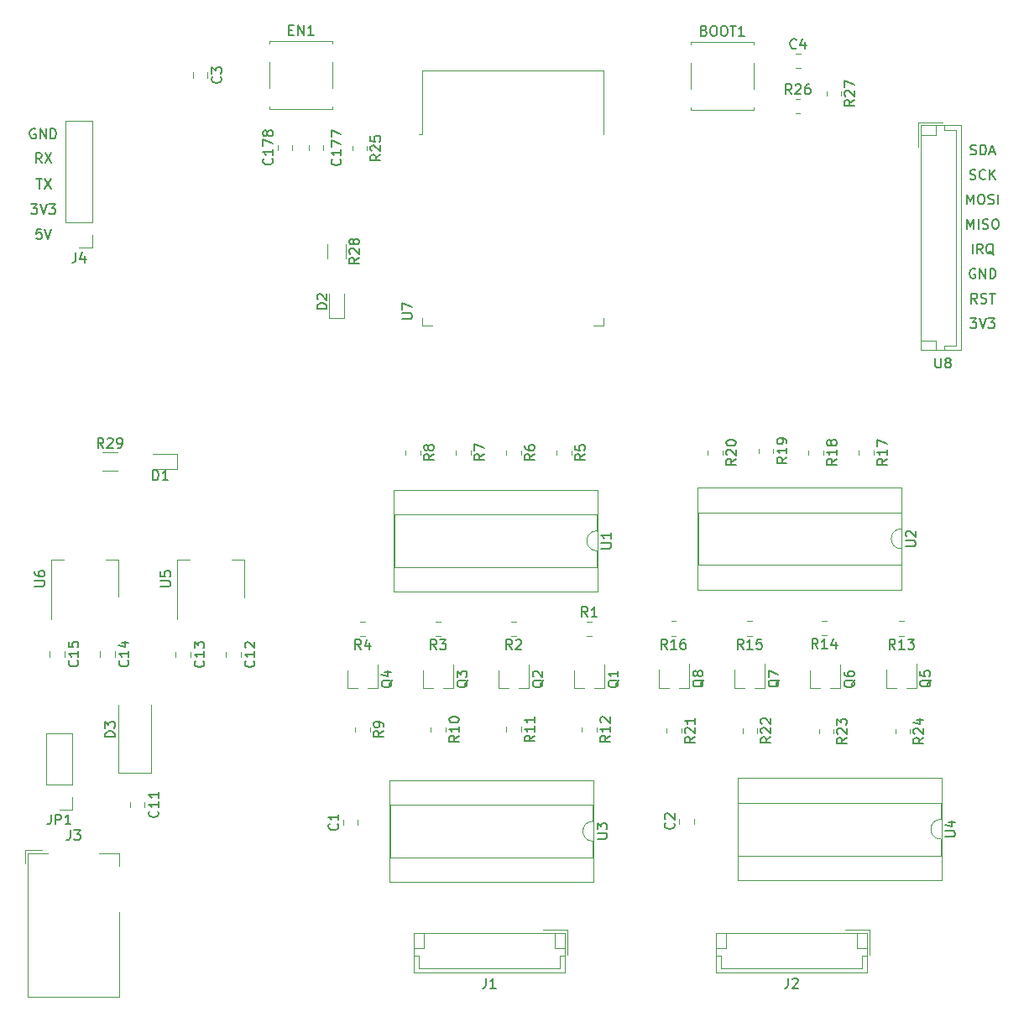
<source format=gbr>
%TF.GenerationSoftware,KiCad,Pcbnew,(6.0.7)*%
%TF.CreationDate,2022-10-20T08:35:26-05:00*%
%TF.ProjectId,ESP32,45535033-322e-46b6-9963-61645f706362,rev?*%
%TF.SameCoordinates,Original*%
%TF.FileFunction,Legend,Top*%
%TF.FilePolarity,Positive*%
%FSLAX46Y46*%
G04 Gerber Fmt 4.6, Leading zero omitted, Abs format (unit mm)*
G04 Created by KiCad (PCBNEW (6.0.7)) date 2022-10-20 08:35:26*
%MOMM*%
%LPD*%
G01*
G04 APERTURE LIST*
%ADD10C,0.150000*%
%ADD11C,0.120000*%
G04 APERTURE END LIST*
D10*
X196035714Y-66404761D02*
X196178571Y-66452380D01*
X196416666Y-66452380D01*
X196511904Y-66404761D01*
X196559523Y-66357142D01*
X196607142Y-66261904D01*
X196607142Y-66166666D01*
X196559523Y-66071428D01*
X196511904Y-66023809D01*
X196416666Y-65976190D01*
X196226190Y-65928571D01*
X196130952Y-65880952D01*
X196083333Y-65833333D01*
X196035714Y-65738095D01*
X196035714Y-65642857D01*
X196083333Y-65547619D01*
X196130952Y-65500000D01*
X196226190Y-65452380D01*
X196464285Y-65452380D01*
X196607142Y-65500000D01*
X197035714Y-66452380D02*
X197035714Y-65452380D01*
X197273809Y-65452380D01*
X197416666Y-65500000D01*
X197511904Y-65595238D01*
X197559523Y-65690476D01*
X197607142Y-65880952D01*
X197607142Y-66023809D01*
X197559523Y-66214285D01*
X197511904Y-66309523D01*
X197416666Y-66404761D01*
X197273809Y-66452380D01*
X197035714Y-66452380D01*
X197988095Y-66166666D02*
X198464285Y-66166666D01*
X197892857Y-66452380D02*
X198226190Y-65452380D01*
X198559523Y-66452380D01*
X101698095Y-63880000D02*
X101602857Y-63832380D01*
X101460000Y-63832380D01*
X101317142Y-63880000D01*
X101221904Y-63975238D01*
X101174285Y-64070476D01*
X101126666Y-64260952D01*
X101126666Y-64403809D01*
X101174285Y-64594285D01*
X101221904Y-64689523D01*
X101317142Y-64784761D01*
X101460000Y-64832380D01*
X101555238Y-64832380D01*
X101698095Y-64784761D01*
X101745714Y-64737142D01*
X101745714Y-64403809D01*
X101555238Y-64403809D01*
X102174285Y-64832380D02*
X102174285Y-63832380D01*
X102745714Y-64832380D01*
X102745714Y-63832380D01*
X103221904Y-64832380D02*
X103221904Y-63832380D01*
X103460000Y-63832380D01*
X103602857Y-63880000D01*
X103698095Y-63975238D01*
X103745714Y-64070476D01*
X103793333Y-64260952D01*
X103793333Y-64403809D01*
X103745714Y-64594285D01*
X103698095Y-64689523D01*
X103602857Y-64784761D01*
X103460000Y-64832380D01*
X103221904Y-64832380D01*
X102309523Y-73952380D02*
X101833333Y-73952380D01*
X101785714Y-74428571D01*
X101833333Y-74380952D01*
X101928571Y-74333333D01*
X102166666Y-74333333D01*
X102261904Y-74380952D01*
X102309523Y-74428571D01*
X102357142Y-74523809D01*
X102357142Y-74761904D01*
X102309523Y-74857142D01*
X102261904Y-74904761D01*
X102166666Y-74952380D01*
X101928571Y-74952380D01*
X101833333Y-74904761D01*
X101785714Y-74857142D01*
X102642857Y-73952380D02*
X102976190Y-74952380D01*
X103309523Y-73952380D01*
X102333333Y-67282380D02*
X102000000Y-66806190D01*
X101761904Y-67282380D02*
X101761904Y-66282380D01*
X102142857Y-66282380D01*
X102238095Y-66330000D01*
X102285714Y-66377619D01*
X102333333Y-66472857D01*
X102333333Y-66615714D01*
X102285714Y-66710952D01*
X102238095Y-66758571D01*
X102142857Y-66806190D01*
X101761904Y-66806190D01*
X102666666Y-66282380D02*
X103333333Y-67282380D01*
X103333333Y-66282380D02*
X102666666Y-67282380D01*
X196011904Y-82952380D02*
X196630952Y-82952380D01*
X196297619Y-83333333D01*
X196440476Y-83333333D01*
X196535714Y-83380952D01*
X196583333Y-83428571D01*
X196630952Y-83523809D01*
X196630952Y-83761904D01*
X196583333Y-83857142D01*
X196535714Y-83904761D01*
X196440476Y-83952380D01*
X196154761Y-83952380D01*
X196059523Y-83904761D01*
X196011904Y-83857142D01*
X196916666Y-82952380D02*
X197250000Y-83952380D01*
X197583333Y-82952380D01*
X197821428Y-82952380D02*
X198440476Y-82952380D01*
X198107142Y-83333333D01*
X198250000Y-83333333D01*
X198345238Y-83380952D01*
X198392857Y-83428571D01*
X198440476Y-83523809D01*
X198440476Y-83761904D01*
X198392857Y-83857142D01*
X198345238Y-83904761D01*
X198250000Y-83952380D01*
X197964285Y-83952380D01*
X197869047Y-83904761D01*
X197821428Y-83857142D01*
X101261904Y-71452380D02*
X101880952Y-71452380D01*
X101547619Y-71833333D01*
X101690476Y-71833333D01*
X101785714Y-71880952D01*
X101833333Y-71928571D01*
X101880952Y-72023809D01*
X101880952Y-72261904D01*
X101833333Y-72357142D01*
X101785714Y-72404761D01*
X101690476Y-72452380D01*
X101404761Y-72452380D01*
X101309523Y-72404761D01*
X101261904Y-72357142D01*
X102166666Y-71452380D02*
X102500000Y-72452380D01*
X102833333Y-71452380D01*
X103071428Y-71452380D02*
X103690476Y-71452380D01*
X103357142Y-71833333D01*
X103500000Y-71833333D01*
X103595238Y-71880952D01*
X103642857Y-71928571D01*
X103690476Y-72023809D01*
X103690476Y-72261904D01*
X103642857Y-72357142D01*
X103595238Y-72404761D01*
X103500000Y-72452380D01*
X103214285Y-72452380D01*
X103119047Y-72404761D01*
X103071428Y-72357142D01*
X195964285Y-68904761D02*
X196107142Y-68952380D01*
X196345238Y-68952380D01*
X196440476Y-68904761D01*
X196488095Y-68857142D01*
X196535714Y-68761904D01*
X196535714Y-68666666D01*
X196488095Y-68571428D01*
X196440476Y-68523809D01*
X196345238Y-68476190D01*
X196154761Y-68428571D01*
X196059523Y-68380952D01*
X196011904Y-68333333D01*
X195964285Y-68238095D01*
X195964285Y-68142857D01*
X196011904Y-68047619D01*
X196059523Y-68000000D01*
X196154761Y-67952380D01*
X196392857Y-67952380D01*
X196535714Y-68000000D01*
X197535714Y-68857142D02*
X197488095Y-68904761D01*
X197345238Y-68952380D01*
X197250000Y-68952380D01*
X197107142Y-68904761D01*
X197011904Y-68809523D01*
X196964285Y-68714285D01*
X196916666Y-68523809D01*
X196916666Y-68380952D01*
X196964285Y-68190476D01*
X197011904Y-68095238D01*
X197107142Y-68000000D01*
X197250000Y-67952380D01*
X197345238Y-67952380D01*
X197488095Y-68000000D01*
X197535714Y-68047619D01*
X197964285Y-68952380D02*
X197964285Y-67952380D01*
X198535714Y-68952380D02*
X198107142Y-68380952D01*
X198535714Y-67952380D02*
X197964285Y-68523809D01*
X196702380Y-81452380D02*
X196369047Y-80976190D01*
X196130952Y-81452380D02*
X196130952Y-80452380D01*
X196511904Y-80452380D01*
X196607142Y-80500000D01*
X196654761Y-80547619D01*
X196702380Y-80642857D01*
X196702380Y-80785714D01*
X196654761Y-80880952D01*
X196607142Y-80928571D01*
X196511904Y-80976190D01*
X196130952Y-80976190D01*
X197083333Y-81404761D02*
X197226190Y-81452380D01*
X197464285Y-81452380D01*
X197559523Y-81404761D01*
X197607142Y-81357142D01*
X197654761Y-81261904D01*
X197654761Y-81166666D01*
X197607142Y-81071428D01*
X197559523Y-81023809D01*
X197464285Y-80976190D01*
X197273809Y-80928571D01*
X197178571Y-80880952D01*
X197130952Y-80833333D01*
X197083333Y-80738095D01*
X197083333Y-80642857D01*
X197130952Y-80547619D01*
X197178571Y-80500000D01*
X197273809Y-80452380D01*
X197511904Y-80452380D01*
X197654761Y-80500000D01*
X197940476Y-80452380D02*
X198511904Y-80452380D01*
X198226190Y-81452380D02*
X198226190Y-80452380D01*
X195678571Y-71452380D02*
X195678571Y-70452380D01*
X196011904Y-71166666D01*
X196345238Y-70452380D01*
X196345238Y-71452380D01*
X197011904Y-70452380D02*
X197202380Y-70452380D01*
X197297619Y-70500000D01*
X197392857Y-70595238D01*
X197440476Y-70785714D01*
X197440476Y-71119047D01*
X197392857Y-71309523D01*
X197297619Y-71404761D01*
X197202380Y-71452380D01*
X197011904Y-71452380D01*
X196916666Y-71404761D01*
X196821428Y-71309523D01*
X196773809Y-71119047D01*
X196773809Y-70785714D01*
X196821428Y-70595238D01*
X196916666Y-70500000D01*
X197011904Y-70452380D01*
X197821428Y-71404761D02*
X197964285Y-71452380D01*
X198202380Y-71452380D01*
X198297619Y-71404761D01*
X198345238Y-71357142D01*
X198392857Y-71261904D01*
X198392857Y-71166666D01*
X198345238Y-71071428D01*
X198297619Y-71023809D01*
X198202380Y-70976190D01*
X198011904Y-70928571D01*
X197916666Y-70880952D01*
X197869047Y-70833333D01*
X197821428Y-70738095D01*
X197821428Y-70642857D01*
X197869047Y-70547619D01*
X197916666Y-70500000D01*
X198011904Y-70452380D01*
X198250000Y-70452380D01*
X198392857Y-70500000D01*
X198821428Y-71452380D02*
X198821428Y-70452380D01*
X196488095Y-78000000D02*
X196392857Y-77952380D01*
X196250000Y-77952380D01*
X196107142Y-78000000D01*
X196011904Y-78095238D01*
X195964285Y-78190476D01*
X195916666Y-78380952D01*
X195916666Y-78523809D01*
X195964285Y-78714285D01*
X196011904Y-78809523D01*
X196107142Y-78904761D01*
X196250000Y-78952380D01*
X196345238Y-78952380D01*
X196488095Y-78904761D01*
X196535714Y-78857142D01*
X196535714Y-78523809D01*
X196345238Y-78523809D01*
X196964285Y-78952380D02*
X196964285Y-77952380D01*
X197535714Y-78952380D01*
X197535714Y-77952380D01*
X198011904Y-78952380D02*
X198011904Y-77952380D01*
X198250000Y-77952380D01*
X198392857Y-78000000D01*
X198488095Y-78095238D01*
X198535714Y-78190476D01*
X198583333Y-78380952D01*
X198583333Y-78523809D01*
X198535714Y-78714285D01*
X198488095Y-78809523D01*
X198392857Y-78904761D01*
X198250000Y-78952380D01*
X198011904Y-78952380D01*
X196226190Y-76452380D02*
X196226190Y-75452380D01*
X197273809Y-76452380D02*
X196940476Y-75976190D01*
X196702380Y-76452380D02*
X196702380Y-75452380D01*
X197083333Y-75452380D01*
X197178571Y-75500000D01*
X197226190Y-75547619D01*
X197273809Y-75642857D01*
X197273809Y-75785714D01*
X197226190Y-75880952D01*
X197178571Y-75928571D01*
X197083333Y-75976190D01*
X196702380Y-75976190D01*
X198369047Y-76547619D02*
X198273809Y-76500000D01*
X198178571Y-76404761D01*
X198035714Y-76261904D01*
X197940476Y-76214285D01*
X197845238Y-76214285D01*
X197892857Y-76452380D02*
X197797619Y-76404761D01*
X197702380Y-76309523D01*
X197654761Y-76119047D01*
X197654761Y-75785714D01*
X197702380Y-75595238D01*
X197797619Y-75500000D01*
X197892857Y-75452380D01*
X198083333Y-75452380D01*
X198178571Y-75500000D01*
X198273809Y-75595238D01*
X198321428Y-75785714D01*
X198321428Y-76119047D01*
X198273809Y-76309523D01*
X198178571Y-76404761D01*
X198083333Y-76452380D01*
X197892857Y-76452380D01*
X195678571Y-73952380D02*
X195678571Y-72952380D01*
X196011904Y-73666666D01*
X196345238Y-72952380D01*
X196345238Y-73952380D01*
X196821428Y-73952380D02*
X196821428Y-72952380D01*
X197250000Y-73904761D02*
X197392857Y-73952380D01*
X197630952Y-73952380D01*
X197726190Y-73904761D01*
X197773809Y-73857142D01*
X197821428Y-73761904D01*
X197821428Y-73666666D01*
X197773809Y-73571428D01*
X197726190Y-73523809D01*
X197630952Y-73476190D01*
X197440476Y-73428571D01*
X197345238Y-73380952D01*
X197297619Y-73333333D01*
X197250000Y-73238095D01*
X197250000Y-73142857D01*
X197297619Y-73047619D01*
X197345238Y-73000000D01*
X197440476Y-72952380D01*
X197678571Y-72952380D01*
X197821428Y-73000000D01*
X198440476Y-72952380D02*
X198630952Y-72952380D01*
X198726190Y-73000000D01*
X198821428Y-73095238D01*
X198869047Y-73285714D01*
X198869047Y-73619047D01*
X198821428Y-73809523D01*
X198726190Y-73904761D01*
X198630952Y-73952380D01*
X198440476Y-73952380D01*
X198345238Y-73904761D01*
X198250000Y-73809523D01*
X198202380Y-73619047D01*
X198202380Y-73285714D01*
X198250000Y-73095238D01*
X198345238Y-73000000D01*
X198440476Y-72952380D01*
X101788095Y-68872380D02*
X102359523Y-68872380D01*
X102073809Y-69872380D02*
X102073809Y-68872380D01*
X102597619Y-68872380D02*
X103264285Y-69872380D01*
X103264285Y-68872380D02*
X102597619Y-69872380D01*
%TO.C,R2*%
X149783333Y-116379880D02*
X149450000Y-115903690D01*
X149211904Y-116379880D02*
X149211904Y-115379880D01*
X149592857Y-115379880D01*
X149688095Y-115427500D01*
X149735714Y-115475119D01*
X149783333Y-115570357D01*
X149783333Y-115713214D01*
X149735714Y-115808452D01*
X149688095Y-115856071D01*
X149592857Y-115903690D01*
X149211904Y-115903690D01*
X150164285Y-115475119D02*
X150211904Y-115427500D01*
X150307142Y-115379880D01*
X150545238Y-115379880D01*
X150640476Y-115427500D01*
X150688095Y-115475119D01*
X150735714Y-115570357D01*
X150735714Y-115665595D01*
X150688095Y-115808452D01*
X150116666Y-116379880D01*
X150735714Y-116379880D01*
%TO.C,C13*%
X118637142Y-117521657D02*
X118684761Y-117569276D01*
X118732380Y-117712133D01*
X118732380Y-117807371D01*
X118684761Y-117950228D01*
X118589523Y-118045466D01*
X118494285Y-118093085D01*
X118303809Y-118140704D01*
X118160952Y-118140704D01*
X117970476Y-118093085D01*
X117875238Y-118045466D01*
X117780000Y-117950228D01*
X117732380Y-117807371D01*
X117732380Y-117712133D01*
X117780000Y-117569276D01*
X117827619Y-117521657D01*
X118732380Y-116569276D02*
X118732380Y-117140704D01*
X118732380Y-116854990D02*
X117732380Y-116854990D01*
X117875238Y-116950228D01*
X117970476Y-117045466D01*
X118018095Y-117140704D01*
X117732380Y-116235942D02*
X117732380Y-115616895D01*
X118113333Y-115950228D01*
X118113333Y-115807371D01*
X118160952Y-115712133D01*
X118208571Y-115664514D01*
X118303809Y-115616895D01*
X118541904Y-115616895D01*
X118637142Y-115664514D01*
X118684761Y-115712133D01*
X118732380Y-115807371D01*
X118732380Y-116093085D01*
X118684761Y-116188323D01*
X118637142Y-116235942D01*
%TO.C,D3*%
X109712380Y-125198095D02*
X108712380Y-125198095D01*
X108712380Y-124960000D01*
X108760000Y-124817142D01*
X108855238Y-124721904D01*
X108950476Y-124674285D01*
X109140952Y-124626666D01*
X109283809Y-124626666D01*
X109474285Y-124674285D01*
X109569523Y-124721904D01*
X109664761Y-124817142D01*
X109712380Y-124960000D01*
X109712380Y-125198095D01*
X108712380Y-124293333D02*
X108712380Y-123674285D01*
X109093333Y-124007619D01*
X109093333Y-123864761D01*
X109140952Y-123769523D01*
X109188571Y-123721904D01*
X109283809Y-123674285D01*
X109521904Y-123674285D01*
X109617142Y-123721904D01*
X109664761Y-123769523D01*
X109712380Y-123864761D01*
X109712380Y-124150476D01*
X109664761Y-124245714D01*
X109617142Y-124293333D01*
%TO.C,J3*%
X105216666Y-134602380D02*
X105216666Y-135316666D01*
X105169047Y-135459523D01*
X105073809Y-135554761D01*
X104930952Y-135602380D01*
X104835714Y-135602380D01*
X105597619Y-134602380D02*
X106216666Y-134602380D01*
X105883333Y-134983333D01*
X106026190Y-134983333D01*
X106121428Y-135030952D01*
X106169047Y-135078571D01*
X106216666Y-135173809D01*
X106216666Y-135411904D01*
X106169047Y-135507142D01*
X106121428Y-135554761D01*
X106026190Y-135602380D01*
X105740476Y-135602380D01*
X105645238Y-135554761D01*
X105597619Y-135507142D01*
%TO.C,R10*%
X144432380Y-125080357D02*
X143956190Y-125413690D01*
X144432380Y-125651785D02*
X143432380Y-125651785D01*
X143432380Y-125270833D01*
X143480000Y-125175595D01*
X143527619Y-125127976D01*
X143622857Y-125080357D01*
X143765714Y-125080357D01*
X143860952Y-125127976D01*
X143908571Y-125175595D01*
X143956190Y-125270833D01*
X143956190Y-125651785D01*
X144432380Y-124127976D02*
X144432380Y-124699404D01*
X144432380Y-124413690D02*
X143432380Y-124413690D01*
X143575238Y-124508928D01*
X143670476Y-124604166D01*
X143718095Y-124699404D01*
X143432380Y-123508928D02*
X143432380Y-123413690D01*
X143480000Y-123318452D01*
X143527619Y-123270833D01*
X143622857Y-123223214D01*
X143813333Y-123175595D01*
X144051428Y-123175595D01*
X144241904Y-123223214D01*
X144337142Y-123270833D01*
X144384761Y-123318452D01*
X144432380Y-123413690D01*
X144432380Y-123508928D01*
X144384761Y-123604166D01*
X144337142Y-123651785D01*
X144241904Y-123699404D01*
X144051428Y-123747023D01*
X143813333Y-123747023D01*
X143622857Y-123699404D01*
X143527619Y-123651785D01*
X143480000Y-123604166D01*
X143432380Y-123508928D01*
%TO.C,C12*%
X123717142Y-117521657D02*
X123764761Y-117569276D01*
X123812380Y-117712133D01*
X123812380Y-117807371D01*
X123764761Y-117950228D01*
X123669523Y-118045466D01*
X123574285Y-118093085D01*
X123383809Y-118140704D01*
X123240952Y-118140704D01*
X123050476Y-118093085D01*
X122955238Y-118045466D01*
X122860000Y-117950228D01*
X122812380Y-117807371D01*
X122812380Y-117712133D01*
X122860000Y-117569276D01*
X122907619Y-117521657D01*
X123812380Y-116569276D02*
X123812380Y-117140704D01*
X123812380Y-116854990D02*
X122812380Y-116854990D01*
X122955238Y-116950228D01*
X123050476Y-117045466D01*
X123098095Y-117140704D01*
X122907619Y-116188323D02*
X122860000Y-116140704D01*
X122812380Y-116045466D01*
X122812380Y-115807371D01*
X122860000Y-115712133D01*
X122907619Y-115664514D01*
X123002857Y-115616895D01*
X123098095Y-115616895D01*
X123240952Y-115664514D01*
X123812380Y-116235942D01*
X123812380Y-115616895D01*
%TO.C,R21*%
X168212980Y-125205857D02*
X167736790Y-125539190D01*
X168212980Y-125777285D02*
X167212980Y-125777285D01*
X167212980Y-125396333D01*
X167260600Y-125301095D01*
X167308219Y-125253476D01*
X167403457Y-125205857D01*
X167546314Y-125205857D01*
X167641552Y-125253476D01*
X167689171Y-125301095D01*
X167736790Y-125396333D01*
X167736790Y-125777285D01*
X167308219Y-124824904D02*
X167260600Y-124777285D01*
X167212980Y-124682047D01*
X167212980Y-124443952D01*
X167260600Y-124348714D01*
X167308219Y-124301095D01*
X167403457Y-124253476D01*
X167498695Y-124253476D01*
X167641552Y-124301095D01*
X168212980Y-124872523D01*
X168212980Y-124253476D01*
X168212980Y-123301095D02*
X168212980Y-123872523D01*
X168212980Y-123586809D02*
X167212980Y-123586809D01*
X167355838Y-123682047D01*
X167451076Y-123777285D01*
X167498695Y-123872523D01*
%TO.C,C2*%
X166077142Y-133866666D02*
X166124761Y-133914285D01*
X166172380Y-134057142D01*
X166172380Y-134152380D01*
X166124761Y-134295238D01*
X166029523Y-134390476D01*
X165934285Y-134438095D01*
X165743809Y-134485714D01*
X165600952Y-134485714D01*
X165410476Y-134438095D01*
X165315238Y-134390476D01*
X165220000Y-134295238D01*
X165172380Y-134152380D01*
X165172380Y-134057142D01*
X165220000Y-133914285D01*
X165267619Y-133866666D01*
X165267619Y-133485714D02*
X165220000Y-133438095D01*
X165172380Y-133342857D01*
X165172380Y-133104761D01*
X165220000Y-133009523D01*
X165267619Y-132961904D01*
X165362857Y-132914285D01*
X165458095Y-132914285D01*
X165600952Y-132961904D01*
X166172380Y-133533333D01*
X166172380Y-132914285D01*
%TO.C,J1*%
X147156666Y-149549880D02*
X147156666Y-150264166D01*
X147109047Y-150407023D01*
X147013809Y-150502261D01*
X146870952Y-150549880D01*
X146775714Y-150549880D01*
X148156666Y-150549880D02*
X147585238Y-150549880D01*
X147870952Y-150549880D02*
X147870952Y-149549880D01*
X147775714Y-149692738D01*
X147680476Y-149787976D01*
X147585238Y-149835595D01*
%TO.C,Q3*%
X145327619Y-119452738D02*
X145280000Y-119547976D01*
X145184761Y-119643214D01*
X145041904Y-119786071D01*
X144994285Y-119881309D01*
X144994285Y-119976547D01*
X145232380Y-119928928D02*
X145184761Y-120024166D01*
X145089523Y-120119404D01*
X144899047Y-120167023D01*
X144565714Y-120167023D01*
X144375238Y-120119404D01*
X144280000Y-120024166D01*
X144232380Y-119928928D01*
X144232380Y-119738452D01*
X144280000Y-119643214D01*
X144375238Y-119547976D01*
X144565714Y-119500357D01*
X144899047Y-119500357D01*
X145089523Y-119547976D01*
X145184761Y-119643214D01*
X145232380Y-119738452D01*
X145232380Y-119928928D01*
X144232380Y-119167023D02*
X144232380Y-118547976D01*
X144613333Y-118881309D01*
X144613333Y-118738452D01*
X144660952Y-118643214D01*
X144708571Y-118595595D01*
X144803809Y-118547976D01*
X145041904Y-118547976D01*
X145137142Y-118595595D01*
X145184761Y-118643214D01*
X145232380Y-118738452D01*
X145232380Y-119024166D01*
X145184761Y-119119404D01*
X145137142Y-119167023D01*
%TO.C,Q7*%
X176743419Y-119420838D02*
X176695800Y-119516076D01*
X176600561Y-119611314D01*
X176457704Y-119754171D01*
X176410085Y-119849409D01*
X176410085Y-119944647D01*
X176648180Y-119897028D02*
X176600561Y-119992266D01*
X176505323Y-120087504D01*
X176314847Y-120135123D01*
X175981514Y-120135123D01*
X175791038Y-120087504D01*
X175695800Y-119992266D01*
X175648180Y-119897028D01*
X175648180Y-119706552D01*
X175695800Y-119611314D01*
X175791038Y-119516076D01*
X175981514Y-119468457D01*
X176314847Y-119468457D01*
X176505323Y-119516076D01*
X176600561Y-119611314D01*
X176648180Y-119706552D01*
X176648180Y-119897028D01*
X175648180Y-119135123D02*
X175648180Y-118468457D01*
X176648180Y-118897028D01*
%TO.C,C15*%
X105937142Y-117482857D02*
X105984761Y-117530476D01*
X106032380Y-117673333D01*
X106032380Y-117768571D01*
X105984761Y-117911428D01*
X105889523Y-118006666D01*
X105794285Y-118054285D01*
X105603809Y-118101904D01*
X105460952Y-118101904D01*
X105270476Y-118054285D01*
X105175238Y-118006666D01*
X105080000Y-117911428D01*
X105032380Y-117768571D01*
X105032380Y-117673333D01*
X105080000Y-117530476D01*
X105127619Y-117482857D01*
X106032380Y-116530476D02*
X106032380Y-117101904D01*
X106032380Y-116816190D02*
X105032380Y-116816190D01*
X105175238Y-116911428D01*
X105270476Y-117006666D01*
X105318095Y-117101904D01*
X105032380Y-115625714D02*
X105032380Y-116101904D01*
X105508571Y-116149523D01*
X105460952Y-116101904D01*
X105413333Y-116006666D01*
X105413333Y-115768571D01*
X105460952Y-115673333D01*
X105508571Y-115625714D01*
X105603809Y-115578095D01*
X105841904Y-115578095D01*
X105937142Y-115625714D01*
X105984761Y-115673333D01*
X106032380Y-115768571D01*
X106032380Y-116006666D01*
X105984761Y-116101904D01*
X105937142Y-116149523D01*
%TO.C,C1*%
X132177142Y-133966666D02*
X132224761Y-134014285D01*
X132272380Y-134157142D01*
X132272380Y-134252380D01*
X132224761Y-134395238D01*
X132129523Y-134490476D01*
X132034285Y-134538095D01*
X131843809Y-134585714D01*
X131700952Y-134585714D01*
X131510476Y-134538095D01*
X131415238Y-134490476D01*
X131320000Y-134395238D01*
X131272380Y-134252380D01*
X131272380Y-134157142D01*
X131320000Y-134014285D01*
X131367619Y-133966666D01*
X132272380Y-133014285D02*
X132272380Y-133585714D01*
X132272380Y-133300000D02*
X131272380Y-133300000D01*
X131415238Y-133395238D01*
X131510476Y-133490476D01*
X131558095Y-133585714D01*
%TO.C,R19*%
X177503280Y-96972657D02*
X177027090Y-97305990D01*
X177503280Y-97544085D02*
X176503280Y-97544085D01*
X176503280Y-97163133D01*
X176550900Y-97067895D01*
X176598519Y-97020276D01*
X176693757Y-96972657D01*
X176836614Y-96972657D01*
X176931852Y-97020276D01*
X176979471Y-97067895D01*
X177027090Y-97163133D01*
X177027090Y-97544085D01*
X177503280Y-96020276D02*
X177503280Y-96591704D01*
X177503280Y-96305990D02*
X176503280Y-96305990D01*
X176646138Y-96401228D01*
X176741376Y-96496466D01*
X176788995Y-96591704D01*
X177503280Y-95544085D02*
X177503280Y-95353609D01*
X177455661Y-95258371D01*
X177408042Y-95210752D01*
X177265185Y-95115514D01*
X177074709Y-95067895D01*
X176693757Y-95067895D01*
X176598519Y-95115514D01*
X176550900Y-95163133D01*
X176503280Y-95258371D01*
X176503280Y-95448847D01*
X176550900Y-95544085D01*
X176598519Y-95591704D01*
X176693757Y-95639323D01*
X176931852Y-95639323D01*
X177027090Y-95591704D01*
X177074709Y-95544085D01*
X177122328Y-95448847D01*
X177122328Y-95258371D01*
X177074709Y-95163133D01*
X177027090Y-95115514D01*
X176931852Y-95067895D01*
%TO.C,R16*%
X165410842Y-116347980D02*
X165077509Y-115871790D01*
X164839414Y-116347980D02*
X164839414Y-115347980D01*
X165220366Y-115347980D01*
X165315604Y-115395600D01*
X165363223Y-115443219D01*
X165410842Y-115538457D01*
X165410842Y-115681314D01*
X165363223Y-115776552D01*
X165315604Y-115824171D01*
X165220366Y-115871790D01*
X164839414Y-115871790D01*
X166363223Y-116347980D02*
X165791795Y-116347980D01*
X166077509Y-116347980D02*
X166077509Y-115347980D01*
X165982271Y-115490838D01*
X165887033Y-115586076D01*
X165791795Y-115633695D01*
X167220366Y-115347980D02*
X167029890Y-115347980D01*
X166934652Y-115395600D01*
X166887033Y-115443219D01*
X166791795Y-115586076D01*
X166744176Y-115776552D01*
X166744176Y-116157504D01*
X166791795Y-116252742D01*
X166839414Y-116300361D01*
X166934652Y-116347980D01*
X167125128Y-116347980D01*
X167220366Y-116300361D01*
X167267985Y-116252742D01*
X167315604Y-116157504D01*
X167315604Y-115919409D01*
X167267985Y-115824171D01*
X167220366Y-115776552D01*
X167125128Y-115728933D01*
X166934652Y-115728933D01*
X166839414Y-115776552D01*
X166791795Y-115824171D01*
X166744176Y-115919409D01*
%TO.C,R7*%
X146972380Y-96664166D02*
X146496190Y-96997500D01*
X146972380Y-97235595D02*
X145972380Y-97235595D01*
X145972380Y-96854642D01*
X146020000Y-96759404D01*
X146067619Y-96711785D01*
X146162857Y-96664166D01*
X146305714Y-96664166D01*
X146400952Y-96711785D01*
X146448571Y-96759404D01*
X146496190Y-96854642D01*
X146496190Y-97235595D01*
X145972380Y-96330833D02*
X145972380Y-95664166D01*
X146972380Y-96092738D01*
%TO.C,R13*%
X188412842Y-116347980D02*
X188079509Y-115871790D01*
X187841414Y-116347980D02*
X187841414Y-115347980D01*
X188222366Y-115347980D01*
X188317604Y-115395600D01*
X188365223Y-115443219D01*
X188412842Y-115538457D01*
X188412842Y-115681314D01*
X188365223Y-115776552D01*
X188317604Y-115824171D01*
X188222366Y-115871790D01*
X187841414Y-115871790D01*
X189365223Y-116347980D02*
X188793795Y-116347980D01*
X189079509Y-116347980D02*
X189079509Y-115347980D01*
X188984271Y-115490838D01*
X188889033Y-115586076D01*
X188793795Y-115633695D01*
X189698557Y-115347980D02*
X190317604Y-115347980D01*
X189984271Y-115728933D01*
X190127128Y-115728933D01*
X190222366Y-115776552D01*
X190269985Y-115824171D01*
X190317604Y-115919409D01*
X190317604Y-116157504D01*
X190269985Y-116252742D01*
X190222366Y-116300361D01*
X190127128Y-116347980D01*
X189841414Y-116347980D01*
X189746176Y-116300361D01*
X189698557Y-116252742D01*
%TO.C,R26*%
X177977142Y-60342380D02*
X177643809Y-59866190D01*
X177405714Y-60342380D02*
X177405714Y-59342380D01*
X177786666Y-59342380D01*
X177881904Y-59390000D01*
X177929523Y-59437619D01*
X177977142Y-59532857D01*
X177977142Y-59675714D01*
X177929523Y-59770952D01*
X177881904Y-59818571D01*
X177786666Y-59866190D01*
X177405714Y-59866190D01*
X178358095Y-59437619D02*
X178405714Y-59390000D01*
X178500952Y-59342380D01*
X178739047Y-59342380D01*
X178834285Y-59390000D01*
X178881904Y-59437619D01*
X178929523Y-59532857D01*
X178929523Y-59628095D01*
X178881904Y-59770952D01*
X178310476Y-60342380D01*
X178929523Y-60342380D01*
X179786666Y-59342380D02*
X179596190Y-59342380D01*
X179500952Y-59390000D01*
X179453333Y-59437619D01*
X179358095Y-59580476D01*
X179310476Y-59770952D01*
X179310476Y-60151904D01*
X179358095Y-60247142D01*
X179405714Y-60294761D01*
X179500952Y-60342380D01*
X179691428Y-60342380D01*
X179786666Y-60294761D01*
X179834285Y-60247142D01*
X179881904Y-60151904D01*
X179881904Y-59913809D01*
X179834285Y-59818571D01*
X179786666Y-59770952D01*
X179691428Y-59723333D01*
X179500952Y-59723333D01*
X179405714Y-59770952D01*
X179358095Y-59818571D01*
X179310476Y-59913809D01*
%TO.C,C14*%
X111017142Y-117482857D02*
X111064761Y-117530476D01*
X111112380Y-117673333D01*
X111112380Y-117768571D01*
X111064761Y-117911428D01*
X110969523Y-118006666D01*
X110874285Y-118054285D01*
X110683809Y-118101904D01*
X110540952Y-118101904D01*
X110350476Y-118054285D01*
X110255238Y-118006666D01*
X110160000Y-117911428D01*
X110112380Y-117768571D01*
X110112380Y-117673333D01*
X110160000Y-117530476D01*
X110207619Y-117482857D01*
X111112380Y-116530476D02*
X111112380Y-117101904D01*
X111112380Y-116816190D02*
X110112380Y-116816190D01*
X110255238Y-116911428D01*
X110350476Y-117006666D01*
X110398095Y-117101904D01*
X110445714Y-115673333D02*
X111112380Y-115673333D01*
X110064761Y-115911428D02*
X110779047Y-116149523D01*
X110779047Y-115530476D01*
%TO.C,U8*%
X192488095Y-86952380D02*
X192488095Y-87761904D01*
X192535714Y-87857142D01*
X192583333Y-87904761D01*
X192678571Y-87952380D01*
X192869047Y-87952380D01*
X192964285Y-87904761D01*
X193011904Y-87857142D01*
X193059523Y-87761904D01*
X193059523Y-86952380D01*
X193678571Y-87380952D02*
X193583333Y-87333333D01*
X193535714Y-87285714D01*
X193488095Y-87190476D01*
X193488095Y-87142857D01*
X193535714Y-87047619D01*
X193583333Y-87000000D01*
X193678571Y-86952380D01*
X193869047Y-86952380D01*
X193964285Y-87000000D01*
X194011904Y-87047619D01*
X194059523Y-87142857D01*
X194059523Y-87190476D01*
X194011904Y-87285714D01*
X193964285Y-87333333D01*
X193869047Y-87380952D01*
X193678571Y-87380952D01*
X193583333Y-87428571D01*
X193535714Y-87476190D01*
X193488095Y-87571428D01*
X193488095Y-87761904D01*
X193535714Y-87857142D01*
X193583333Y-87904761D01*
X193678571Y-87952380D01*
X193869047Y-87952380D01*
X193964285Y-87904761D01*
X194011904Y-87857142D01*
X194059523Y-87761904D01*
X194059523Y-87571428D01*
X194011904Y-87476190D01*
X193964285Y-87428571D01*
X193869047Y-87380952D01*
%TO.C,R6*%
X152052380Y-96664166D02*
X151576190Y-96997500D01*
X152052380Y-97235595D02*
X151052380Y-97235595D01*
X151052380Y-96854642D01*
X151100000Y-96759404D01*
X151147619Y-96711785D01*
X151242857Y-96664166D01*
X151385714Y-96664166D01*
X151480952Y-96711785D01*
X151528571Y-96759404D01*
X151576190Y-96854642D01*
X151576190Y-97235595D01*
X151052380Y-95807023D02*
X151052380Y-95997500D01*
X151100000Y-96092738D01*
X151147619Y-96140357D01*
X151290476Y-96235595D01*
X151480952Y-96283214D01*
X151861904Y-96283214D01*
X151957142Y-96235595D01*
X152004761Y-96187976D01*
X152052380Y-96092738D01*
X152052380Y-95902261D01*
X152004761Y-95807023D01*
X151957142Y-95759404D01*
X151861904Y-95711785D01*
X151623809Y-95711785D01*
X151528571Y-95759404D01*
X151480952Y-95807023D01*
X151433333Y-95902261D01*
X151433333Y-96092738D01*
X151480952Y-96187976D01*
X151528571Y-96235595D01*
X151623809Y-96283214D01*
%TO.C,C178*%
X125567142Y-66856547D02*
X125614761Y-66904166D01*
X125662380Y-67047023D01*
X125662380Y-67142261D01*
X125614761Y-67285119D01*
X125519523Y-67380357D01*
X125424285Y-67427976D01*
X125233809Y-67475595D01*
X125090952Y-67475595D01*
X124900476Y-67427976D01*
X124805238Y-67380357D01*
X124710000Y-67285119D01*
X124662380Y-67142261D01*
X124662380Y-67047023D01*
X124710000Y-66904166D01*
X124757619Y-66856547D01*
X125662380Y-65904166D02*
X125662380Y-66475595D01*
X125662380Y-66189880D02*
X124662380Y-66189880D01*
X124805238Y-66285119D01*
X124900476Y-66380357D01*
X124948095Y-66475595D01*
X124662380Y-65570833D02*
X124662380Y-64904166D01*
X125662380Y-65332738D01*
X125090952Y-64380357D02*
X125043333Y-64475595D01*
X124995714Y-64523214D01*
X124900476Y-64570833D01*
X124852857Y-64570833D01*
X124757619Y-64523214D01*
X124710000Y-64475595D01*
X124662380Y-64380357D01*
X124662380Y-64189880D01*
X124710000Y-64094642D01*
X124757619Y-64047023D01*
X124852857Y-63999404D01*
X124900476Y-63999404D01*
X124995714Y-64047023D01*
X125043333Y-64094642D01*
X125090952Y-64189880D01*
X125090952Y-64380357D01*
X125138571Y-64475595D01*
X125186190Y-64523214D01*
X125281428Y-64570833D01*
X125471904Y-64570833D01*
X125567142Y-64523214D01*
X125614761Y-64475595D01*
X125662380Y-64380357D01*
X125662380Y-64189880D01*
X125614761Y-64094642D01*
X125567142Y-64047023D01*
X125471904Y-63999404D01*
X125281428Y-63999404D01*
X125186190Y-64047023D01*
X125138571Y-64094642D01*
X125090952Y-64189880D01*
%TO.C,U1*%
X158782380Y-106171904D02*
X159591904Y-106171904D01*
X159687142Y-106124285D01*
X159734761Y-106076666D01*
X159782380Y-105981428D01*
X159782380Y-105790952D01*
X159734761Y-105695714D01*
X159687142Y-105648095D01*
X159591904Y-105600476D01*
X158782380Y-105600476D01*
X159782380Y-104600476D02*
X159782380Y-105171904D01*
X159782380Y-104886190D02*
X158782380Y-104886190D01*
X158925238Y-104981428D01*
X159020476Y-105076666D01*
X159068095Y-105171904D01*
%TO.C,J4*%
X105766666Y-76302380D02*
X105766666Y-77016666D01*
X105719047Y-77159523D01*
X105623809Y-77254761D01*
X105480952Y-77302380D01*
X105385714Y-77302380D01*
X106671428Y-76635714D02*
X106671428Y-77302380D01*
X106433333Y-76254761D02*
X106195238Y-76969047D01*
X106814285Y-76969047D01*
%TO.C,R3*%
X142163333Y-116379880D02*
X141830000Y-115903690D01*
X141591904Y-116379880D02*
X141591904Y-115379880D01*
X141972857Y-115379880D01*
X142068095Y-115427500D01*
X142115714Y-115475119D01*
X142163333Y-115570357D01*
X142163333Y-115713214D01*
X142115714Y-115808452D01*
X142068095Y-115856071D01*
X141972857Y-115903690D01*
X141591904Y-115903690D01*
X142496666Y-115379880D02*
X143115714Y-115379880D01*
X142782380Y-115760833D01*
X142925238Y-115760833D01*
X143020476Y-115808452D01*
X143068095Y-115856071D01*
X143115714Y-115951309D01*
X143115714Y-116189404D01*
X143068095Y-116284642D01*
X143020476Y-116332261D01*
X142925238Y-116379880D01*
X142639523Y-116379880D01*
X142544285Y-116332261D01*
X142496666Y-116284642D01*
%TO.C,R12*%
X159672380Y-125080357D02*
X159196190Y-125413690D01*
X159672380Y-125651785D02*
X158672380Y-125651785D01*
X158672380Y-125270833D01*
X158720000Y-125175595D01*
X158767619Y-125127976D01*
X158862857Y-125080357D01*
X159005714Y-125080357D01*
X159100952Y-125127976D01*
X159148571Y-125175595D01*
X159196190Y-125270833D01*
X159196190Y-125651785D01*
X159672380Y-124127976D02*
X159672380Y-124699404D01*
X159672380Y-124413690D02*
X158672380Y-124413690D01*
X158815238Y-124508928D01*
X158910476Y-124604166D01*
X158958095Y-124699404D01*
X158767619Y-123747023D02*
X158720000Y-123699404D01*
X158672380Y-123604166D01*
X158672380Y-123366071D01*
X158720000Y-123270833D01*
X158767619Y-123223214D01*
X158862857Y-123175595D01*
X158958095Y-123175595D01*
X159100952Y-123223214D01*
X159672380Y-123794642D01*
X159672380Y-123175595D01*
%TO.C,U7*%
X138702380Y-83021904D02*
X139511904Y-83021904D01*
X139607142Y-82974285D01*
X139654761Y-82926666D01*
X139702380Y-82831428D01*
X139702380Y-82640952D01*
X139654761Y-82545714D01*
X139607142Y-82498095D01*
X139511904Y-82450476D01*
X138702380Y-82450476D01*
X138702380Y-82069523D02*
X138702380Y-81402857D01*
X139702380Y-81831428D01*
%TO.C,Q1*%
X160567619Y-119452738D02*
X160520000Y-119547976D01*
X160424761Y-119643214D01*
X160281904Y-119786071D01*
X160234285Y-119881309D01*
X160234285Y-119976547D01*
X160472380Y-119928928D02*
X160424761Y-120024166D01*
X160329523Y-120119404D01*
X160139047Y-120167023D01*
X159805714Y-120167023D01*
X159615238Y-120119404D01*
X159520000Y-120024166D01*
X159472380Y-119928928D01*
X159472380Y-119738452D01*
X159520000Y-119643214D01*
X159615238Y-119547976D01*
X159805714Y-119500357D01*
X160139047Y-119500357D01*
X160329523Y-119547976D01*
X160424761Y-119643214D01*
X160472380Y-119738452D01*
X160472380Y-119928928D01*
X160472380Y-118547976D02*
X160472380Y-119119404D01*
X160472380Y-118833690D02*
X159472380Y-118833690D01*
X159615238Y-118928928D01*
X159710476Y-119024166D01*
X159758095Y-119119404D01*
%TO.C,R27*%
X184322380Y-60922857D02*
X183846190Y-61256190D01*
X184322380Y-61494285D02*
X183322380Y-61494285D01*
X183322380Y-61113333D01*
X183370000Y-61018095D01*
X183417619Y-60970476D01*
X183512857Y-60922857D01*
X183655714Y-60922857D01*
X183750952Y-60970476D01*
X183798571Y-61018095D01*
X183846190Y-61113333D01*
X183846190Y-61494285D01*
X183417619Y-60541904D02*
X183370000Y-60494285D01*
X183322380Y-60399047D01*
X183322380Y-60160952D01*
X183370000Y-60065714D01*
X183417619Y-60018095D01*
X183512857Y-59970476D01*
X183608095Y-59970476D01*
X183750952Y-60018095D01*
X184322380Y-60589523D01*
X184322380Y-59970476D01*
X183322380Y-59637142D02*
X183322380Y-58970476D01*
X184322380Y-59399047D01*
%TO.C,U5*%
X114332380Y-110020704D02*
X115141904Y-110020704D01*
X115237142Y-109973085D01*
X115284761Y-109925466D01*
X115332380Y-109830228D01*
X115332380Y-109639752D01*
X115284761Y-109544514D01*
X115237142Y-109496895D01*
X115141904Y-109449276D01*
X114332380Y-109449276D01*
X114332380Y-108496895D02*
X114332380Y-108973085D01*
X114808571Y-109020704D01*
X114760952Y-108973085D01*
X114713333Y-108877847D01*
X114713333Y-108639752D01*
X114760952Y-108544514D01*
X114808571Y-108496895D01*
X114903809Y-108449276D01*
X115141904Y-108449276D01*
X115237142Y-108496895D01*
X115284761Y-108544514D01*
X115332380Y-108639752D01*
X115332380Y-108877847D01*
X115284761Y-108973085D01*
X115237142Y-109020704D01*
%TO.C,R24*%
X191284280Y-125274957D02*
X190808090Y-125608290D01*
X191284280Y-125846385D02*
X190284280Y-125846385D01*
X190284280Y-125465433D01*
X190331900Y-125370195D01*
X190379519Y-125322576D01*
X190474757Y-125274957D01*
X190617614Y-125274957D01*
X190712852Y-125322576D01*
X190760471Y-125370195D01*
X190808090Y-125465433D01*
X190808090Y-125846385D01*
X190379519Y-124894004D02*
X190331900Y-124846385D01*
X190284280Y-124751147D01*
X190284280Y-124513052D01*
X190331900Y-124417814D01*
X190379519Y-124370195D01*
X190474757Y-124322576D01*
X190569995Y-124322576D01*
X190712852Y-124370195D01*
X191284280Y-124941623D01*
X191284280Y-124322576D01*
X190617614Y-123465433D02*
X191284280Y-123465433D01*
X190236661Y-123703528D02*
X190950947Y-123941623D01*
X190950947Y-123322576D01*
%TO.C,R20*%
X172372380Y-97140357D02*
X171896190Y-97473690D01*
X172372380Y-97711785D02*
X171372380Y-97711785D01*
X171372380Y-97330833D01*
X171420000Y-97235595D01*
X171467619Y-97187976D01*
X171562857Y-97140357D01*
X171705714Y-97140357D01*
X171800952Y-97187976D01*
X171848571Y-97235595D01*
X171896190Y-97330833D01*
X171896190Y-97711785D01*
X171467619Y-96759404D02*
X171420000Y-96711785D01*
X171372380Y-96616547D01*
X171372380Y-96378452D01*
X171420000Y-96283214D01*
X171467619Y-96235595D01*
X171562857Y-96187976D01*
X171658095Y-96187976D01*
X171800952Y-96235595D01*
X172372380Y-96807023D01*
X172372380Y-96187976D01*
X171372380Y-95568928D02*
X171372380Y-95473690D01*
X171420000Y-95378452D01*
X171467619Y-95330833D01*
X171562857Y-95283214D01*
X171753333Y-95235595D01*
X171991428Y-95235595D01*
X172181904Y-95283214D01*
X172277142Y-95330833D01*
X172324761Y-95378452D01*
X172372380Y-95473690D01*
X172372380Y-95568928D01*
X172324761Y-95664166D01*
X172277142Y-95711785D01*
X172181904Y-95759404D01*
X171991428Y-95807023D01*
X171753333Y-95807023D01*
X171562857Y-95759404D01*
X171467619Y-95711785D01*
X171420000Y-95664166D01*
X171372380Y-95568928D01*
%TO.C,J2*%
X177636666Y-149549880D02*
X177636666Y-150264166D01*
X177589047Y-150407023D01*
X177493809Y-150502261D01*
X177350952Y-150549880D01*
X177255714Y-150549880D01*
X178065238Y-149645119D02*
X178112857Y-149597500D01*
X178208095Y-149549880D01*
X178446190Y-149549880D01*
X178541428Y-149597500D01*
X178589047Y-149645119D01*
X178636666Y-149740357D01*
X178636666Y-149835595D01*
X178589047Y-149978452D01*
X178017619Y-150549880D01*
X178636666Y-150549880D01*
%TO.C,Q4*%
X137707619Y-119452738D02*
X137660000Y-119547976D01*
X137564761Y-119643214D01*
X137421904Y-119786071D01*
X137374285Y-119881309D01*
X137374285Y-119976547D01*
X137612380Y-119928928D02*
X137564761Y-120024166D01*
X137469523Y-120119404D01*
X137279047Y-120167023D01*
X136945714Y-120167023D01*
X136755238Y-120119404D01*
X136660000Y-120024166D01*
X136612380Y-119928928D01*
X136612380Y-119738452D01*
X136660000Y-119643214D01*
X136755238Y-119547976D01*
X136945714Y-119500357D01*
X137279047Y-119500357D01*
X137469523Y-119547976D01*
X137564761Y-119643214D01*
X137612380Y-119738452D01*
X137612380Y-119928928D01*
X136945714Y-118643214D02*
X137612380Y-118643214D01*
X136564761Y-118881309D02*
X137279047Y-119119404D01*
X137279047Y-118500357D01*
%TO.C,D1*%
X113561904Y-99292380D02*
X113561904Y-98292380D01*
X113800000Y-98292380D01*
X113942857Y-98340000D01*
X114038095Y-98435238D01*
X114085714Y-98530476D01*
X114133333Y-98720952D01*
X114133333Y-98863809D01*
X114085714Y-99054285D01*
X114038095Y-99149523D01*
X113942857Y-99244761D01*
X113800000Y-99292380D01*
X113561904Y-99292380D01*
X115085714Y-99292380D02*
X114514285Y-99292380D01*
X114800000Y-99292380D02*
X114800000Y-98292380D01*
X114704761Y-98435238D01*
X114609523Y-98530476D01*
X114514285Y-98578095D01*
%TO.C,C177*%
X132437142Y-66905047D02*
X132484761Y-66952666D01*
X132532380Y-67095523D01*
X132532380Y-67190761D01*
X132484761Y-67333619D01*
X132389523Y-67428857D01*
X132294285Y-67476476D01*
X132103809Y-67524095D01*
X131960952Y-67524095D01*
X131770476Y-67476476D01*
X131675238Y-67428857D01*
X131580000Y-67333619D01*
X131532380Y-67190761D01*
X131532380Y-67095523D01*
X131580000Y-66952666D01*
X131627619Y-66905047D01*
X132532380Y-65952666D02*
X132532380Y-66524095D01*
X132532380Y-66238380D02*
X131532380Y-66238380D01*
X131675238Y-66333619D01*
X131770476Y-66428857D01*
X131818095Y-66524095D01*
X131532380Y-65619333D02*
X131532380Y-64952666D01*
X132532380Y-65381238D01*
X131532380Y-64666952D02*
X131532380Y-64000285D01*
X132532380Y-64428857D01*
%TO.C,U3*%
X158382380Y-135471904D02*
X159191904Y-135471904D01*
X159287142Y-135424285D01*
X159334761Y-135376666D01*
X159382380Y-135281428D01*
X159382380Y-135090952D01*
X159334761Y-134995714D01*
X159287142Y-134948095D01*
X159191904Y-134900476D01*
X158382380Y-134900476D01*
X158382380Y-134519523D02*
X158382380Y-133900476D01*
X158763333Y-134233809D01*
X158763333Y-134090952D01*
X158810952Y-133995714D01*
X158858571Y-133948095D01*
X158953809Y-133900476D01*
X159191904Y-133900476D01*
X159287142Y-133948095D01*
X159334761Y-133995714D01*
X159382380Y-134090952D01*
X159382380Y-134376666D01*
X159334761Y-134471904D01*
X159287142Y-134519523D01*
%TO.C,R29*%
X108577142Y-96042380D02*
X108243809Y-95566190D01*
X108005714Y-96042380D02*
X108005714Y-95042380D01*
X108386666Y-95042380D01*
X108481904Y-95090000D01*
X108529523Y-95137619D01*
X108577142Y-95232857D01*
X108577142Y-95375714D01*
X108529523Y-95470952D01*
X108481904Y-95518571D01*
X108386666Y-95566190D01*
X108005714Y-95566190D01*
X108958095Y-95137619D02*
X109005714Y-95090000D01*
X109100952Y-95042380D01*
X109339047Y-95042380D01*
X109434285Y-95090000D01*
X109481904Y-95137619D01*
X109529523Y-95232857D01*
X109529523Y-95328095D01*
X109481904Y-95470952D01*
X108910476Y-96042380D01*
X109529523Y-96042380D01*
X110005714Y-96042380D02*
X110196190Y-96042380D01*
X110291428Y-95994761D01*
X110339047Y-95947142D01*
X110434285Y-95804285D01*
X110481904Y-95613809D01*
X110481904Y-95232857D01*
X110434285Y-95137619D01*
X110386666Y-95090000D01*
X110291428Y-95042380D01*
X110100952Y-95042380D01*
X110005714Y-95090000D01*
X109958095Y-95137619D01*
X109910476Y-95232857D01*
X109910476Y-95470952D01*
X109958095Y-95566190D01*
X110005714Y-95613809D01*
X110100952Y-95661428D01*
X110291428Y-95661428D01*
X110386666Y-95613809D01*
X110434285Y-95566190D01*
X110481904Y-95470952D01*
%TO.C,U6*%
X101632380Y-109981904D02*
X102441904Y-109981904D01*
X102537142Y-109934285D01*
X102584761Y-109886666D01*
X102632380Y-109791428D01*
X102632380Y-109600952D01*
X102584761Y-109505714D01*
X102537142Y-109458095D01*
X102441904Y-109410476D01*
X101632380Y-109410476D01*
X101632380Y-108505714D02*
X101632380Y-108696190D01*
X101680000Y-108791428D01*
X101727619Y-108839047D01*
X101870476Y-108934285D01*
X102060952Y-108981904D01*
X102441904Y-108981904D01*
X102537142Y-108934285D01*
X102584761Y-108886666D01*
X102632380Y-108791428D01*
X102632380Y-108600952D01*
X102584761Y-108505714D01*
X102537142Y-108458095D01*
X102441904Y-108410476D01*
X102203809Y-108410476D01*
X102108571Y-108458095D01*
X102060952Y-108505714D01*
X102013333Y-108600952D01*
X102013333Y-108791428D01*
X102060952Y-108886666D01*
X102108571Y-108934285D01*
X102203809Y-108981904D01*
%TO.C,JP1*%
X103266666Y-133022380D02*
X103266666Y-133736666D01*
X103219047Y-133879523D01*
X103123809Y-133974761D01*
X102980952Y-134022380D01*
X102885714Y-134022380D01*
X103742857Y-134022380D02*
X103742857Y-133022380D01*
X104123809Y-133022380D01*
X104219047Y-133070000D01*
X104266666Y-133117619D01*
X104314285Y-133212857D01*
X104314285Y-133355714D01*
X104266666Y-133450952D01*
X104219047Y-133498571D01*
X104123809Y-133546190D01*
X103742857Y-133546190D01*
X105266666Y-134022380D02*
X104695238Y-134022380D01*
X104980952Y-134022380D02*
X104980952Y-133022380D01*
X104885714Y-133165238D01*
X104790476Y-133260476D01*
X104695238Y-133308095D01*
%TO.C,C3*%
X120377142Y-58586666D02*
X120424761Y-58634285D01*
X120472380Y-58777142D01*
X120472380Y-58872380D01*
X120424761Y-59015238D01*
X120329523Y-59110476D01*
X120234285Y-59158095D01*
X120043809Y-59205714D01*
X119900952Y-59205714D01*
X119710476Y-59158095D01*
X119615238Y-59110476D01*
X119520000Y-59015238D01*
X119472380Y-58872380D01*
X119472380Y-58777142D01*
X119520000Y-58634285D01*
X119567619Y-58586666D01*
X119472380Y-58253333D02*
X119472380Y-57634285D01*
X119853333Y-57967619D01*
X119853333Y-57824761D01*
X119900952Y-57729523D01*
X119948571Y-57681904D01*
X120043809Y-57634285D01*
X120281904Y-57634285D01*
X120377142Y-57681904D01*
X120424761Y-57729523D01*
X120472380Y-57824761D01*
X120472380Y-58110476D01*
X120424761Y-58205714D01*
X120377142Y-58253333D01*
%TO.C,C11*%
X114037142Y-132680357D02*
X114084761Y-132727976D01*
X114132380Y-132870833D01*
X114132380Y-132966071D01*
X114084761Y-133108928D01*
X113989523Y-133204166D01*
X113894285Y-133251785D01*
X113703809Y-133299404D01*
X113560952Y-133299404D01*
X113370476Y-133251785D01*
X113275238Y-133204166D01*
X113180000Y-133108928D01*
X113132380Y-132966071D01*
X113132380Y-132870833D01*
X113180000Y-132727976D01*
X113227619Y-132680357D01*
X114132380Y-131727976D02*
X114132380Y-132299404D01*
X114132380Y-132013690D02*
X113132380Y-132013690D01*
X113275238Y-132108928D01*
X113370476Y-132204166D01*
X113418095Y-132299404D01*
X114132380Y-130775595D02*
X114132380Y-131347023D01*
X114132380Y-131061309D02*
X113132380Y-131061309D01*
X113275238Y-131156547D01*
X113370476Y-131251785D01*
X113418095Y-131347023D01*
%TO.C,R14*%
X180633742Y-116297080D02*
X180300409Y-115820890D01*
X180062314Y-116297080D02*
X180062314Y-115297080D01*
X180443266Y-115297080D01*
X180538504Y-115344700D01*
X180586123Y-115392319D01*
X180633742Y-115487557D01*
X180633742Y-115630414D01*
X180586123Y-115725652D01*
X180538504Y-115773271D01*
X180443266Y-115820890D01*
X180062314Y-115820890D01*
X181586123Y-116297080D02*
X181014695Y-116297080D01*
X181300409Y-116297080D02*
X181300409Y-115297080D01*
X181205171Y-115439938D01*
X181109933Y-115535176D01*
X181014695Y-115582795D01*
X182443266Y-115630414D02*
X182443266Y-116297080D01*
X182205171Y-115249461D02*
X181967076Y-115963747D01*
X182586123Y-115963747D01*
%TO.C,R23*%
X183563880Y-125274957D02*
X183087690Y-125608290D01*
X183563880Y-125846385D02*
X182563880Y-125846385D01*
X182563880Y-125465433D01*
X182611500Y-125370195D01*
X182659119Y-125322576D01*
X182754357Y-125274957D01*
X182897214Y-125274957D01*
X182992452Y-125322576D01*
X183040071Y-125370195D01*
X183087690Y-125465433D01*
X183087690Y-125846385D01*
X182659119Y-124894004D02*
X182611500Y-124846385D01*
X182563880Y-124751147D01*
X182563880Y-124513052D01*
X182611500Y-124417814D01*
X182659119Y-124370195D01*
X182754357Y-124322576D01*
X182849595Y-124322576D01*
X182992452Y-124370195D01*
X183563880Y-124941623D01*
X183563880Y-124322576D01*
X182563880Y-123989242D02*
X182563880Y-123370195D01*
X182944833Y-123703528D01*
X182944833Y-123560671D01*
X182992452Y-123465433D01*
X183040071Y-123417814D01*
X183135309Y-123370195D01*
X183373404Y-123370195D01*
X183468642Y-123417814D01*
X183516261Y-123465433D01*
X183563880Y-123560671D01*
X183563880Y-123846385D01*
X183516261Y-123941623D01*
X183468642Y-123989242D01*
%TO.C,U4*%
X193482380Y-135271904D02*
X194291904Y-135271904D01*
X194387142Y-135224285D01*
X194434761Y-135176666D01*
X194482380Y-135081428D01*
X194482380Y-134890952D01*
X194434761Y-134795714D01*
X194387142Y-134748095D01*
X194291904Y-134700476D01*
X193482380Y-134700476D01*
X193815714Y-133795714D02*
X194482380Y-133795714D01*
X193434761Y-134033809D02*
X194149047Y-134271904D01*
X194149047Y-133652857D01*
%TO.C,R15*%
X173102942Y-116347980D02*
X172769609Y-115871790D01*
X172531514Y-116347980D02*
X172531514Y-115347980D01*
X172912466Y-115347980D01*
X173007704Y-115395600D01*
X173055323Y-115443219D01*
X173102942Y-115538457D01*
X173102942Y-115681314D01*
X173055323Y-115776552D01*
X173007704Y-115824171D01*
X172912466Y-115871790D01*
X172531514Y-115871790D01*
X174055323Y-116347980D02*
X173483895Y-116347980D01*
X173769609Y-116347980D02*
X173769609Y-115347980D01*
X173674371Y-115490838D01*
X173579133Y-115586076D01*
X173483895Y-115633695D01*
X174960085Y-115347980D02*
X174483895Y-115347980D01*
X174436276Y-115824171D01*
X174483895Y-115776552D01*
X174579133Y-115728933D01*
X174817228Y-115728933D01*
X174912466Y-115776552D01*
X174960085Y-115824171D01*
X175007704Y-115919409D01*
X175007704Y-116157504D01*
X174960085Y-116252742D01*
X174912466Y-116300361D01*
X174817228Y-116347980D01*
X174579133Y-116347980D01*
X174483895Y-116300361D01*
X174436276Y-116252742D01*
%TO.C,R18*%
X182532380Y-97140357D02*
X182056190Y-97473690D01*
X182532380Y-97711785D02*
X181532380Y-97711785D01*
X181532380Y-97330833D01*
X181580000Y-97235595D01*
X181627619Y-97187976D01*
X181722857Y-97140357D01*
X181865714Y-97140357D01*
X181960952Y-97187976D01*
X182008571Y-97235595D01*
X182056190Y-97330833D01*
X182056190Y-97711785D01*
X182532380Y-96187976D02*
X182532380Y-96759404D01*
X182532380Y-96473690D02*
X181532380Y-96473690D01*
X181675238Y-96568928D01*
X181770476Y-96664166D01*
X181818095Y-96759404D01*
X181960952Y-95616547D02*
X181913333Y-95711785D01*
X181865714Y-95759404D01*
X181770476Y-95807023D01*
X181722857Y-95807023D01*
X181627619Y-95759404D01*
X181580000Y-95711785D01*
X181532380Y-95616547D01*
X181532380Y-95426071D01*
X181580000Y-95330833D01*
X181627619Y-95283214D01*
X181722857Y-95235595D01*
X181770476Y-95235595D01*
X181865714Y-95283214D01*
X181913333Y-95330833D01*
X181960952Y-95426071D01*
X181960952Y-95616547D01*
X182008571Y-95711785D01*
X182056190Y-95759404D01*
X182151428Y-95807023D01*
X182341904Y-95807023D01*
X182437142Y-95759404D01*
X182484761Y-95711785D01*
X182532380Y-95616547D01*
X182532380Y-95426071D01*
X182484761Y-95330833D01*
X182437142Y-95283214D01*
X182341904Y-95235595D01*
X182151428Y-95235595D01*
X182056190Y-95283214D01*
X182008571Y-95330833D01*
X181960952Y-95426071D01*
%TO.C,R4*%
X134543333Y-116379880D02*
X134210000Y-115903690D01*
X133971904Y-116379880D02*
X133971904Y-115379880D01*
X134352857Y-115379880D01*
X134448095Y-115427500D01*
X134495714Y-115475119D01*
X134543333Y-115570357D01*
X134543333Y-115713214D01*
X134495714Y-115808452D01*
X134448095Y-115856071D01*
X134352857Y-115903690D01*
X133971904Y-115903690D01*
X135400476Y-115713214D02*
X135400476Y-116379880D01*
X135162380Y-115332261D02*
X134924285Y-116046547D01*
X135543333Y-116046547D01*
%TO.C,BOOT1*%
X169166666Y-53928571D02*
X169309523Y-53976190D01*
X169357142Y-54023809D01*
X169404761Y-54119047D01*
X169404761Y-54261904D01*
X169357142Y-54357142D01*
X169309523Y-54404761D01*
X169214285Y-54452380D01*
X168833333Y-54452380D01*
X168833333Y-53452380D01*
X169166666Y-53452380D01*
X169261904Y-53500000D01*
X169309523Y-53547619D01*
X169357142Y-53642857D01*
X169357142Y-53738095D01*
X169309523Y-53833333D01*
X169261904Y-53880952D01*
X169166666Y-53928571D01*
X168833333Y-53928571D01*
X170023809Y-53452380D02*
X170214285Y-53452380D01*
X170309523Y-53500000D01*
X170404761Y-53595238D01*
X170452380Y-53785714D01*
X170452380Y-54119047D01*
X170404761Y-54309523D01*
X170309523Y-54404761D01*
X170214285Y-54452380D01*
X170023809Y-54452380D01*
X169928571Y-54404761D01*
X169833333Y-54309523D01*
X169785714Y-54119047D01*
X169785714Y-53785714D01*
X169833333Y-53595238D01*
X169928571Y-53500000D01*
X170023809Y-53452380D01*
X171071428Y-53452380D02*
X171261904Y-53452380D01*
X171357142Y-53500000D01*
X171452380Y-53595238D01*
X171500000Y-53785714D01*
X171500000Y-54119047D01*
X171452380Y-54309523D01*
X171357142Y-54404761D01*
X171261904Y-54452380D01*
X171071428Y-54452380D01*
X170976190Y-54404761D01*
X170880952Y-54309523D01*
X170833333Y-54119047D01*
X170833333Y-53785714D01*
X170880952Y-53595238D01*
X170976190Y-53500000D01*
X171071428Y-53452380D01*
X171785714Y-53452380D02*
X172357142Y-53452380D01*
X172071428Y-54452380D02*
X172071428Y-53452380D01*
X173214285Y-54452380D02*
X172642857Y-54452380D01*
X172928571Y-54452380D02*
X172928571Y-53452380D01*
X172833333Y-53595238D01*
X172738095Y-53690476D01*
X172642857Y-53738095D01*
%TO.C,EN1*%
X127285714Y-53848571D02*
X127619047Y-53848571D01*
X127761904Y-54372380D02*
X127285714Y-54372380D01*
X127285714Y-53372380D01*
X127761904Y-53372380D01*
X128190476Y-54372380D02*
X128190476Y-53372380D01*
X128761904Y-54372380D01*
X128761904Y-53372380D01*
X129761904Y-54372380D02*
X129190476Y-54372380D01*
X129476190Y-54372380D02*
X129476190Y-53372380D01*
X129380952Y-53515238D01*
X129285714Y-53610476D01*
X129190476Y-53658095D01*
%TO.C,R11*%
X152052380Y-125072257D02*
X151576190Y-125405590D01*
X152052380Y-125643685D02*
X151052380Y-125643685D01*
X151052380Y-125262733D01*
X151100000Y-125167495D01*
X151147619Y-125119876D01*
X151242857Y-125072257D01*
X151385714Y-125072257D01*
X151480952Y-125119876D01*
X151528571Y-125167495D01*
X151576190Y-125262733D01*
X151576190Y-125643685D01*
X152052380Y-124119876D02*
X152052380Y-124691304D01*
X152052380Y-124405590D02*
X151052380Y-124405590D01*
X151195238Y-124500828D01*
X151290476Y-124596066D01*
X151338095Y-124691304D01*
X152052380Y-123167495D02*
X152052380Y-123738923D01*
X152052380Y-123453209D02*
X151052380Y-123453209D01*
X151195238Y-123548447D01*
X151290476Y-123643685D01*
X151338095Y-123738923D01*
%TO.C,Q8*%
X169123419Y-119420838D02*
X169075800Y-119516076D01*
X168980561Y-119611314D01*
X168837704Y-119754171D01*
X168790085Y-119849409D01*
X168790085Y-119944647D01*
X169028180Y-119897028D02*
X168980561Y-119992266D01*
X168885323Y-120087504D01*
X168694847Y-120135123D01*
X168361514Y-120135123D01*
X168171038Y-120087504D01*
X168075800Y-119992266D01*
X168028180Y-119897028D01*
X168028180Y-119706552D01*
X168075800Y-119611314D01*
X168171038Y-119516076D01*
X168361514Y-119468457D01*
X168694847Y-119468457D01*
X168885323Y-119516076D01*
X168980561Y-119611314D01*
X169028180Y-119706552D01*
X169028180Y-119897028D01*
X168456752Y-118897028D02*
X168409133Y-118992266D01*
X168361514Y-119039885D01*
X168266276Y-119087504D01*
X168218657Y-119087504D01*
X168123419Y-119039885D01*
X168075800Y-118992266D01*
X168028180Y-118897028D01*
X168028180Y-118706552D01*
X168075800Y-118611314D01*
X168123419Y-118563695D01*
X168218657Y-118516076D01*
X168266276Y-118516076D01*
X168361514Y-118563695D01*
X168409133Y-118611314D01*
X168456752Y-118706552D01*
X168456752Y-118897028D01*
X168504371Y-118992266D01*
X168551990Y-119039885D01*
X168647228Y-119087504D01*
X168837704Y-119087504D01*
X168932942Y-119039885D01*
X168980561Y-118992266D01*
X169028180Y-118897028D01*
X169028180Y-118706552D01*
X168980561Y-118611314D01*
X168932942Y-118563695D01*
X168837704Y-118516076D01*
X168647228Y-118516076D01*
X168551990Y-118563695D01*
X168504371Y-118611314D01*
X168456752Y-118706552D01*
%TO.C,R25*%
X136502380Y-66442857D02*
X136026190Y-66776190D01*
X136502380Y-67014285D02*
X135502380Y-67014285D01*
X135502380Y-66633333D01*
X135550000Y-66538095D01*
X135597619Y-66490476D01*
X135692857Y-66442857D01*
X135835714Y-66442857D01*
X135930952Y-66490476D01*
X135978571Y-66538095D01*
X136026190Y-66633333D01*
X136026190Y-67014285D01*
X135597619Y-66061904D02*
X135550000Y-66014285D01*
X135502380Y-65919047D01*
X135502380Y-65680952D01*
X135550000Y-65585714D01*
X135597619Y-65538095D01*
X135692857Y-65490476D01*
X135788095Y-65490476D01*
X135930952Y-65538095D01*
X136502380Y-66109523D01*
X136502380Y-65490476D01*
X135502380Y-64585714D02*
X135502380Y-65061904D01*
X135978571Y-65109523D01*
X135930952Y-65061904D01*
X135883333Y-64966666D01*
X135883333Y-64728571D01*
X135930952Y-64633333D01*
X135978571Y-64585714D01*
X136073809Y-64538095D01*
X136311904Y-64538095D01*
X136407142Y-64585714D01*
X136454761Y-64633333D01*
X136502380Y-64728571D01*
X136502380Y-64966666D01*
X136454761Y-65061904D01*
X136407142Y-65109523D01*
%TO.C,R9*%
X136812380Y-124604166D02*
X136336190Y-124937500D01*
X136812380Y-125175595D02*
X135812380Y-125175595D01*
X135812380Y-124794642D01*
X135860000Y-124699404D01*
X135907619Y-124651785D01*
X136002857Y-124604166D01*
X136145714Y-124604166D01*
X136240952Y-124651785D01*
X136288571Y-124699404D01*
X136336190Y-124794642D01*
X136336190Y-125175595D01*
X136812380Y-124127976D02*
X136812380Y-123937500D01*
X136764761Y-123842261D01*
X136717142Y-123794642D01*
X136574285Y-123699404D01*
X136383809Y-123651785D01*
X136002857Y-123651785D01*
X135907619Y-123699404D01*
X135860000Y-123747023D01*
X135812380Y-123842261D01*
X135812380Y-124032738D01*
X135860000Y-124127976D01*
X135907619Y-124175595D01*
X136002857Y-124223214D01*
X136240952Y-124223214D01*
X136336190Y-124175595D01*
X136383809Y-124127976D01*
X136431428Y-124032738D01*
X136431428Y-123842261D01*
X136383809Y-123747023D01*
X136336190Y-123699404D01*
X136240952Y-123651785D01*
%TO.C,R22*%
X175877980Y-125215357D02*
X175401790Y-125548690D01*
X175877980Y-125786785D02*
X174877980Y-125786785D01*
X174877980Y-125405833D01*
X174925600Y-125310595D01*
X174973219Y-125262976D01*
X175068457Y-125215357D01*
X175211314Y-125215357D01*
X175306552Y-125262976D01*
X175354171Y-125310595D01*
X175401790Y-125405833D01*
X175401790Y-125786785D01*
X174973219Y-124834404D02*
X174925600Y-124786785D01*
X174877980Y-124691547D01*
X174877980Y-124453452D01*
X174925600Y-124358214D01*
X174973219Y-124310595D01*
X175068457Y-124262976D01*
X175163695Y-124262976D01*
X175306552Y-124310595D01*
X175877980Y-124882023D01*
X175877980Y-124262976D01*
X174973219Y-123882023D02*
X174925600Y-123834404D01*
X174877980Y-123739166D01*
X174877980Y-123501071D01*
X174925600Y-123405833D01*
X174973219Y-123358214D01*
X175068457Y-123310595D01*
X175163695Y-123310595D01*
X175306552Y-123358214D01*
X175877980Y-123929642D01*
X175877980Y-123310595D01*
%TO.C,R5*%
X157132380Y-96664166D02*
X156656190Y-96997500D01*
X157132380Y-97235595D02*
X156132380Y-97235595D01*
X156132380Y-96854642D01*
X156180000Y-96759404D01*
X156227619Y-96711785D01*
X156322857Y-96664166D01*
X156465714Y-96664166D01*
X156560952Y-96711785D01*
X156608571Y-96759404D01*
X156656190Y-96854642D01*
X156656190Y-97235595D01*
X156132380Y-95759404D02*
X156132380Y-96235595D01*
X156608571Y-96283214D01*
X156560952Y-96235595D01*
X156513333Y-96140357D01*
X156513333Y-95902261D01*
X156560952Y-95807023D01*
X156608571Y-95759404D01*
X156703809Y-95711785D01*
X156941904Y-95711785D01*
X157037142Y-95759404D01*
X157084761Y-95807023D01*
X157132380Y-95902261D01*
X157132380Y-96140357D01*
X157084761Y-96235595D01*
X157037142Y-96283214D01*
%TO.C,U2*%
X189482380Y-105971904D02*
X190291904Y-105971904D01*
X190387142Y-105924285D01*
X190434761Y-105876666D01*
X190482380Y-105781428D01*
X190482380Y-105590952D01*
X190434761Y-105495714D01*
X190387142Y-105448095D01*
X190291904Y-105400476D01*
X189482380Y-105400476D01*
X189577619Y-104971904D02*
X189530000Y-104924285D01*
X189482380Y-104829047D01*
X189482380Y-104590952D01*
X189530000Y-104495714D01*
X189577619Y-104448095D01*
X189672857Y-104400476D01*
X189768095Y-104400476D01*
X189910952Y-104448095D01*
X190482380Y-105019523D01*
X190482380Y-104400476D01*
%TO.C,D2*%
X131102380Y-82018095D02*
X130102380Y-82018095D01*
X130102380Y-81780000D01*
X130150000Y-81637142D01*
X130245238Y-81541904D01*
X130340476Y-81494285D01*
X130530952Y-81446666D01*
X130673809Y-81446666D01*
X130864285Y-81494285D01*
X130959523Y-81541904D01*
X131054761Y-81637142D01*
X131102380Y-81780000D01*
X131102380Y-82018095D01*
X130197619Y-81065714D02*
X130150000Y-81018095D01*
X130102380Y-80922857D01*
X130102380Y-80684761D01*
X130150000Y-80589523D01*
X130197619Y-80541904D01*
X130292857Y-80494285D01*
X130388095Y-80494285D01*
X130530952Y-80541904D01*
X131102380Y-81113333D01*
X131102380Y-80494285D01*
%TO.C,R28*%
X134352380Y-76842857D02*
X133876190Y-77176190D01*
X134352380Y-77414285D02*
X133352380Y-77414285D01*
X133352380Y-77033333D01*
X133400000Y-76938095D01*
X133447619Y-76890476D01*
X133542857Y-76842857D01*
X133685714Y-76842857D01*
X133780952Y-76890476D01*
X133828571Y-76938095D01*
X133876190Y-77033333D01*
X133876190Y-77414285D01*
X133447619Y-76461904D02*
X133400000Y-76414285D01*
X133352380Y-76319047D01*
X133352380Y-76080952D01*
X133400000Y-75985714D01*
X133447619Y-75938095D01*
X133542857Y-75890476D01*
X133638095Y-75890476D01*
X133780952Y-75938095D01*
X134352380Y-76509523D01*
X134352380Y-75890476D01*
X133780952Y-75319047D02*
X133733333Y-75414285D01*
X133685714Y-75461904D01*
X133590476Y-75509523D01*
X133542857Y-75509523D01*
X133447619Y-75461904D01*
X133400000Y-75414285D01*
X133352380Y-75319047D01*
X133352380Y-75128571D01*
X133400000Y-75033333D01*
X133447619Y-74985714D01*
X133542857Y-74938095D01*
X133590476Y-74938095D01*
X133685714Y-74985714D01*
X133733333Y-75033333D01*
X133780952Y-75128571D01*
X133780952Y-75319047D01*
X133828571Y-75414285D01*
X133876190Y-75461904D01*
X133971428Y-75509523D01*
X134161904Y-75509523D01*
X134257142Y-75461904D01*
X134304761Y-75414285D01*
X134352380Y-75319047D01*
X134352380Y-75128571D01*
X134304761Y-75033333D01*
X134257142Y-74985714D01*
X134161904Y-74938095D01*
X133971428Y-74938095D01*
X133876190Y-74985714D01*
X133828571Y-75033333D01*
X133780952Y-75128571D01*
%TO.C,Q2*%
X152947619Y-119452738D02*
X152900000Y-119547976D01*
X152804761Y-119643214D01*
X152661904Y-119786071D01*
X152614285Y-119881309D01*
X152614285Y-119976547D01*
X152852380Y-119928928D02*
X152804761Y-120024166D01*
X152709523Y-120119404D01*
X152519047Y-120167023D01*
X152185714Y-120167023D01*
X151995238Y-120119404D01*
X151900000Y-120024166D01*
X151852380Y-119928928D01*
X151852380Y-119738452D01*
X151900000Y-119643214D01*
X151995238Y-119547976D01*
X152185714Y-119500357D01*
X152519047Y-119500357D01*
X152709523Y-119547976D01*
X152804761Y-119643214D01*
X152852380Y-119738452D01*
X152852380Y-119928928D01*
X151947619Y-119119404D02*
X151900000Y-119071785D01*
X151852380Y-118976547D01*
X151852380Y-118738452D01*
X151900000Y-118643214D01*
X151947619Y-118595595D01*
X152042857Y-118547976D01*
X152138095Y-118547976D01*
X152280952Y-118595595D01*
X152852380Y-119167023D01*
X152852380Y-118547976D01*
%TO.C,R8*%
X141892380Y-96664166D02*
X141416190Y-96997500D01*
X141892380Y-97235595D02*
X140892380Y-97235595D01*
X140892380Y-96854642D01*
X140940000Y-96759404D01*
X140987619Y-96711785D01*
X141082857Y-96664166D01*
X141225714Y-96664166D01*
X141320952Y-96711785D01*
X141368571Y-96759404D01*
X141416190Y-96854642D01*
X141416190Y-97235595D01*
X141320952Y-96092738D02*
X141273333Y-96187976D01*
X141225714Y-96235595D01*
X141130476Y-96283214D01*
X141082857Y-96283214D01*
X140987619Y-96235595D01*
X140940000Y-96187976D01*
X140892380Y-96092738D01*
X140892380Y-95902261D01*
X140940000Y-95807023D01*
X140987619Y-95759404D01*
X141082857Y-95711785D01*
X141130476Y-95711785D01*
X141225714Y-95759404D01*
X141273333Y-95807023D01*
X141320952Y-95902261D01*
X141320952Y-96092738D01*
X141368571Y-96187976D01*
X141416190Y-96235595D01*
X141511428Y-96283214D01*
X141701904Y-96283214D01*
X141797142Y-96235595D01*
X141844761Y-96187976D01*
X141892380Y-96092738D01*
X141892380Y-95902261D01*
X141844761Y-95807023D01*
X141797142Y-95759404D01*
X141701904Y-95711785D01*
X141511428Y-95711785D01*
X141416190Y-95759404D01*
X141368571Y-95807023D01*
X141320952Y-95902261D01*
%TO.C,Q6*%
X184377619Y-119452738D02*
X184330000Y-119547976D01*
X184234761Y-119643214D01*
X184091904Y-119786071D01*
X184044285Y-119881309D01*
X184044285Y-119976547D01*
X184282380Y-119928928D02*
X184234761Y-120024166D01*
X184139523Y-120119404D01*
X183949047Y-120167023D01*
X183615714Y-120167023D01*
X183425238Y-120119404D01*
X183330000Y-120024166D01*
X183282380Y-119928928D01*
X183282380Y-119738452D01*
X183330000Y-119643214D01*
X183425238Y-119547976D01*
X183615714Y-119500357D01*
X183949047Y-119500357D01*
X184139523Y-119547976D01*
X184234761Y-119643214D01*
X184282380Y-119738452D01*
X184282380Y-119928928D01*
X183282380Y-118643214D02*
X183282380Y-118833690D01*
X183330000Y-118928928D01*
X183377619Y-118976547D01*
X183520476Y-119071785D01*
X183710952Y-119119404D01*
X184091904Y-119119404D01*
X184187142Y-119071785D01*
X184234761Y-119024166D01*
X184282380Y-118928928D01*
X184282380Y-118738452D01*
X184234761Y-118643214D01*
X184187142Y-118595595D01*
X184091904Y-118547976D01*
X183853809Y-118547976D01*
X183758571Y-118595595D01*
X183710952Y-118643214D01*
X183663333Y-118738452D01*
X183663333Y-118928928D01*
X183710952Y-119024166D01*
X183758571Y-119071785D01*
X183853809Y-119119404D01*
%TO.C,R1*%
X157403333Y-113079880D02*
X157070000Y-112603690D01*
X156831904Y-113079880D02*
X156831904Y-112079880D01*
X157212857Y-112079880D01*
X157308095Y-112127500D01*
X157355714Y-112175119D01*
X157403333Y-112270357D01*
X157403333Y-112413214D01*
X157355714Y-112508452D01*
X157308095Y-112556071D01*
X157212857Y-112603690D01*
X156831904Y-112603690D01*
X158355714Y-113079880D02*
X157784285Y-113079880D01*
X158070000Y-113079880D02*
X158070000Y-112079880D01*
X157974761Y-112222738D01*
X157879523Y-112317976D01*
X157784285Y-112365595D01*
%TO.C,C4*%
X178453333Y-55677142D02*
X178405714Y-55724761D01*
X178262857Y-55772380D01*
X178167619Y-55772380D01*
X178024761Y-55724761D01*
X177929523Y-55629523D01*
X177881904Y-55534285D01*
X177834285Y-55343809D01*
X177834285Y-55200952D01*
X177881904Y-55010476D01*
X177929523Y-54915238D01*
X178024761Y-54820000D01*
X178167619Y-54772380D01*
X178262857Y-54772380D01*
X178405714Y-54820000D01*
X178453333Y-54867619D01*
X179310476Y-55105714D02*
X179310476Y-55772380D01*
X179072380Y-54724761D02*
X178834285Y-55439047D01*
X179453333Y-55439047D01*
%TO.C,R17*%
X187612380Y-97140357D02*
X187136190Y-97473690D01*
X187612380Y-97711785D02*
X186612380Y-97711785D01*
X186612380Y-97330833D01*
X186660000Y-97235595D01*
X186707619Y-97187976D01*
X186802857Y-97140357D01*
X186945714Y-97140357D01*
X187040952Y-97187976D01*
X187088571Y-97235595D01*
X187136190Y-97330833D01*
X187136190Y-97711785D01*
X187612380Y-96187976D02*
X187612380Y-96759404D01*
X187612380Y-96473690D02*
X186612380Y-96473690D01*
X186755238Y-96568928D01*
X186850476Y-96664166D01*
X186898095Y-96759404D01*
X186612380Y-95854642D02*
X186612380Y-95187976D01*
X187612380Y-95616547D01*
%TO.C,Q5*%
X192053319Y-119420838D02*
X192005700Y-119516076D01*
X191910461Y-119611314D01*
X191767604Y-119754171D01*
X191719985Y-119849409D01*
X191719985Y-119944647D01*
X191958080Y-119897028D02*
X191910461Y-119992266D01*
X191815223Y-120087504D01*
X191624747Y-120135123D01*
X191291414Y-120135123D01*
X191100938Y-120087504D01*
X191005700Y-119992266D01*
X190958080Y-119897028D01*
X190958080Y-119706552D01*
X191005700Y-119611314D01*
X191100938Y-119516076D01*
X191291414Y-119468457D01*
X191624747Y-119468457D01*
X191815223Y-119516076D01*
X191910461Y-119611314D01*
X191958080Y-119706552D01*
X191958080Y-119897028D01*
X190958080Y-118563695D02*
X190958080Y-119039885D01*
X191434271Y-119087504D01*
X191386652Y-119039885D01*
X191339033Y-118944647D01*
X191339033Y-118706552D01*
X191386652Y-118611314D01*
X191434271Y-118563695D01*
X191529509Y-118516076D01*
X191767604Y-118516076D01*
X191862842Y-118563695D01*
X191910461Y-118611314D01*
X191958080Y-118706552D01*
X191958080Y-118944647D01*
X191910461Y-119039885D01*
X191862842Y-119087504D01*
D11*
%TO.C,R2*%
X150177064Y-115012500D02*
X149722936Y-115012500D01*
X150177064Y-113542500D02*
X149722936Y-113542500D01*
%TO.C,C13*%
X115865000Y-116617548D02*
X115865000Y-117140052D01*
X117335000Y-116617548D02*
X117335000Y-117140052D01*
%TO.C,D3*%
X110110000Y-128860000D02*
X110110000Y-121960000D01*
X113410000Y-128860000D02*
X113410000Y-121960000D01*
X110110000Y-128860000D02*
X113410000Y-128860000D01*
%TO.C,J3*%
X110150000Y-142850000D02*
X110150000Y-151450000D01*
X110150000Y-151450000D02*
X100950000Y-151450000D01*
X102350000Y-136650000D02*
X100650000Y-136650000D01*
X110150000Y-136950000D02*
X110150000Y-138250000D01*
X100950000Y-136950000D02*
X102950000Y-136950000D01*
X100650000Y-136650000D02*
X100650000Y-137950000D01*
X108150000Y-136950000D02*
X110150000Y-136950000D01*
X100950000Y-151450000D02*
X100950000Y-136950000D01*
%TO.C,R10*%
X141595000Y-124210436D02*
X141595000Y-124664564D01*
X143065000Y-124210436D02*
X143065000Y-124664564D01*
%TO.C,C12*%
X120945000Y-116617548D02*
X120945000Y-117140052D01*
X122415000Y-116617548D02*
X122415000Y-117140052D01*
%TO.C,R21*%
X166845600Y-124335936D02*
X166845600Y-124790064D01*
X165375600Y-124335936D02*
X165375600Y-124790064D01*
%TO.C,C2*%
X168135000Y-133961252D02*
X168135000Y-133438748D01*
X166665000Y-133961252D02*
X166665000Y-133438748D01*
%TO.C,J1*%
X140880000Y-146487500D02*
X140880000Y-144987500D01*
X139880000Y-144987500D02*
X139880000Y-149007500D01*
X154600000Y-147297500D02*
X154600000Y-148507500D01*
X155100000Y-149007500D02*
X155100000Y-144987500D01*
X155100000Y-144987500D02*
X139880000Y-144987500D01*
X155400000Y-147187500D02*
X155400000Y-144687500D01*
X154600000Y-148507500D02*
X140380000Y-148507500D01*
X155400000Y-144687500D02*
X152900000Y-144687500D01*
X139880000Y-146487500D02*
X140880000Y-146487500D01*
X154100000Y-146487500D02*
X154100000Y-144987500D01*
X140380000Y-148507500D02*
X140380000Y-147297500D01*
X139880000Y-149007500D02*
X155100000Y-149007500D01*
X155100000Y-147297500D02*
X154600000Y-147297500D01*
X140380000Y-147297500D02*
X139880000Y-147297500D01*
X155100000Y-146487500D02*
X154100000Y-146487500D01*
%TO.C,Q3*%
X141830000Y-120307500D02*
X140780000Y-120307500D01*
X140780000Y-120307500D02*
X140780000Y-118457500D01*
X143830000Y-120307500D02*
X142830000Y-120307500D01*
X143840000Y-120287500D02*
X143840000Y-117857500D01*
%TO.C,Q7*%
X175245800Y-120275600D02*
X174245800Y-120275600D01*
X175255800Y-120255600D02*
X175255800Y-117825600D01*
X172195800Y-120275600D02*
X172195800Y-118425600D01*
X173245800Y-120275600D02*
X172195800Y-120275600D01*
%TO.C,C15*%
X104635000Y-116578748D02*
X104635000Y-117101252D01*
X103165000Y-116578748D02*
X103165000Y-117101252D01*
%TO.C,C1*%
X132765000Y-134061252D02*
X132765000Y-133538748D01*
X134235000Y-134061252D02*
X134235000Y-133538748D01*
%TO.C,R19*%
X174665900Y-96102736D02*
X174665900Y-96556864D01*
X176135900Y-96102736D02*
X176135900Y-96556864D01*
%TO.C,R16*%
X166280764Y-114980600D02*
X165826636Y-114980600D01*
X166280764Y-113510600D02*
X165826636Y-113510600D01*
%TO.C,R7*%
X145605000Y-96270436D02*
X145605000Y-96724564D01*
X144135000Y-96270436D02*
X144135000Y-96724564D01*
%TO.C,R13*%
X189282764Y-114980600D02*
X188828636Y-114980600D01*
X189282764Y-113510600D02*
X188828636Y-113510600D01*
%TO.C,R26*%
X178392936Y-60805000D02*
X178847064Y-60805000D01*
X178392936Y-62275000D02*
X178847064Y-62275000D01*
%TO.C,C14*%
X109715000Y-116578748D02*
X109715000Y-117101252D01*
X108245000Y-116578748D02*
X108245000Y-117101252D01*
%TO.C,U8*%
X194550000Y-63970000D02*
X194550000Y-85690000D01*
X193340000Y-63970000D02*
X194550000Y-63970000D01*
X192530000Y-63470000D02*
X192530000Y-64470000D01*
X190730000Y-63170000D02*
X190730000Y-65670000D01*
X192530000Y-86190000D02*
X192530000Y-85190000D01*
X192530000Y-85190000D02*
X191030000Y-85190000D01*
X191030000Y-86190000D02*
X195050000Y-86190000D01*
X195050000Y-63470000D02*
X191030000Y-63470000D01*
X192530000Y-64470000D02*
X191030000Y-64470000D01*
X195050000Y-86190000D02*
X195050000Y-63470000D01*
X193230000Y-63170000D02*
X190730000Y-63170000D01*
X193340000Y-63470000D02*
X193340000Y-63970000D01*
X194550000Y-85690000D02*
X193340000Y-85690000D01*
X191030000Y-63470000D02*
X191030000Y-86190000D01*
X193340000Y-85690000D02*
X193340000Y-86190000D01*
%TO.C,R6*%
X150685000Y-96270436D02*
X150685000Y-96724564D01*
X149215000Y-96270436D02*
X149215000Y-96724564D01*
%TO.C,C178*%
X127625000Y-65998752D02*
X127625000Y-65476248D01*
X126155000Y-65998752D02*
X126155000Y-65476248D01*
%TO.C,U1*%
X137830000Y-100270000D02*
X137830000Y-110550000D01*
X158330000Y-102760000D02*
X137890000Y-102760000D01*
X158390000Y-110550000D02*
X158390000Y-100270000D01*
X137830000Y-110550000D02*
X158390000Y-110550000D01*
X158330000Y-108060000D02*
X158330000Y-106410000D01*
X158390000Y-100270000D02*
X137830000Y-100270000D01*
X158330000Y-104410000D02*
X158330000Y-102760000D01*
X137890000Y-102760000D02*
X137890000Y-108060000D01*
X137890000Y-108060000D02*
X158330000Y-108060000D01*
X158330000Y-104410000D02*
G75*
G03*
X158330000Y-106410000I0J-1000000D01*
G01*
%TO.C,J4*%
X107430000Y-73250000D02*
X107430000Y-63030000D01*
X107430000Y-74520000D02*
X107430000Y-75850000D01*
X107430000Y-73250000D02*
X104770000Y-73250000D01*
X107430000Y-63030000D02*
X104770000Y-63030000D01*
X107430000Y-75850000D02*
X106100000Y-75850000D01*
X104770000Y-73250000D02*
X104770000Y-63030000D01*
%TO.C,R3*%
X142557064Y-113542500D02*
X142102936Y-113542500D01*
X142557064Y-115012500D02*
X142102936Y-115012500D01*
%TO.C,R12*%
X156835000Y-124210436D02*
X156835000Y-124664564D01*
X158305000Y-124210436D02*
X158305000Y-124664564D01*
%TO.C,U7*%
X140740000Y-82930000D02*
X140740000Y-83710000D01*
X158980000Y-57965000D02*
X158980000Y-64385000D01*
X158980000Y-82930000D02*
X158980000Y-83710000D01*
X140740000Y-83710000D02*
X141740000Y-83710000D01*
X140740000Y-57965000D02*
X158980000Y-57965000D01*
X140740000Y-64385000D02*
X140360000Y-64385000D01*
X158980000Y-83710000D02*
X157980000Y-83710000D01*
X140740000Y-57965000D02*
X140740000Y-64385000D01*
%TO.C,Q1*%
X156020000Y-120307500D02*
X156020000Y-118457500D01*
X157070000Y-120307500D02*
X156020000Y-120307500D01*
X159080000Y-120287500D02*
X159080000Y-117857500D01*
X159070000Y-120307500D02*
X158070000Y-120307500D01*
%TO.C,R27*%
X181485000Y-60052936D02*
X181485000Y-60507064D01*
X182955000Y-60052936D02*
X182955000Y-60507064D01*
%TO.C,U5*%
X122790000Y-111108800D02*
X122790000Y-107348800D01*
X122790000Y-107348800D02*
X121530000Y-107348800D01*
X115970000Y-113358800D02*
X115970000Y-107348800D01*
X115970000Y-107348800D02*
X117230000Y-107348800D01*
%TO.C,R24*%
X189916900Y-124405036D02*
X189916900Y-124859164D01*
X188446900Y-124405036D02*
X188446900Y-124859164D01*
%TO.C,R20*%
X169535000Y-96270436D02*
X169535000Y-96724564D01*
X171005000Y-96270436D02*
X171005000Y-96724564D01*
%TO.C,J2*%
X185580000Y-147297500D02*
X185080000Y-147297500D01*
X185580000Y-146487500D02*
X184580000Y-146487500D01*
X185080000Y-147297500D02*
X185080000Y-148507500D01*
X170360000Y-149007500D02*
X185580000Y-149007500D01*
X170360000Y-146487500D02*
X171360000Y-146487500D01*
X184580000Y-146487500D02*
X184580000Y-144987500D01*
X170860000Y-147297500D02*
X170360000Y-147297500D01*
X185580000Y-144987500D02*
X170360000Y-144987500D01*
X170360000Y-144987500D02*
X170360000Y-149007500D01*
X185580000Y-149007500D02*
X185580000Y-144987500D01*
X171360000Y-146487500D02*
X171360000Y-144987500D01*
X170860000Y-148507500D02*
X170860000Y-147297500D01*
X185880000Y-144687500D02*
X183380000Y-144687500D01*
X185880000Y-147187500D02*
X185880000Y-144687500D01*
X185080000Y-148507500D02*
X170860000Y-148507500D01*
%TO.C,Q4*%
X133160000Y-120307500D02*
X133160000Y-118457500D01*
X136220000Y-120287500D02*
X136220000Y-117857500D01*
X134210000Y-120307500D02*
X133160000Y-120307500D01*
X136210000Y-120307500D02*
X135210000Y-120307500D01*
%TO.C,D1*%
X113500000Y-98145000D02*
X115960000Y-98145000D01*
X115960000Y-98145000D02*
X115960000Y-96675000D01*
X115960000Y-96675000D02*
X113500000Y-96675000D01*
%TO.C,C177*%
X130735000Y-65998752D02*
X130735000Y-65476248D01*
X129265000Y-65998752D02*
X129265000Y-65476248D01*
%TO.C,U3*%
X137430000Y-129570000D02*
X137430000Y-139850000D01*
X137490000Y-137360000D02*
X157930000Y-137360000D01*
X157990000Y-129570000D02*
X137430000Y-129570000D01*
X157930000Y-132060000D02*
X137490000Y-132060000D01*
X157930000Y-133710000D02*
X157930000Y-132060000D01*
X157930000Y-137360000D02*
X157930000Y-135710000D01*
X157990000Y-139850000D02*
X157990000Y-129570000D01*
X137490000Y-132060000D02*
X137490000Y-137360000D01*
X137430000Y-139850000D02*
X157990000Y-139850000D01*
X157930000Y-133710000D02*
G75*
G03*
X157930000Y-135710000I0J-1000000D01*
G01*
%TO.C,R29*%
X108492936Y-96500000D02*
X109947064Y-96500000D01*
X108492936Y-98320000D02*
X109947064Y-98320000D01*
%TO.C,U6*%
X103270000Y-107310000D02*
X104530000Y-107310000D01*
X110090000Y-107310000D02*
X108830000Y-107310000D01*
X110090000Y-111070000D02*
X110090000Y-107310000D01*
X103270000Y-113320000D02*
X103270000Y-107310000D01*
%TO.C,JP1*%
X102770000Y-129970000D02*
X102770000Y-124830000D01*
X105430000Y-124830000D02*
X102770000Y-124830000D01*
X105430000Y-132570000D02*
X104100000Y-132570000D01*
X105430000Y-131240000D02*
X105430000Y-132570000D01*
X105430000Y-129970000D02*
X105430000Y-124830000D01*
X105430000Y-129970000D02*
X102770000Y-129970000D01*
%TO.C,C3*%
X117605000Y-58158748D02*
X117605000Y-58681252D01*
X119075000Y-58158748D02*
X119075000Y-58681252D01*
%TO.C,C11*%
X112735000Y-131776248D02*
X112735000Y-132298752D01*
X111265000Y-131776248D02*
X111265000Y-132298752D01*
%TO.C,R14*%
X181503664Y-113459700D02*
X181049536Y-113459700D01*
X181503664Y-114929700D02*
X181049536Y-114929700D01*
%TO.C,R23*%
X182196500Y-124405036D02*
X182196500Y-124859164D01*
X180726500Y-124405036D02*
X180726500Y-124859164D01*
%TO.C,U4*%
X193090000Y-139650000D02*
X193090000Y-129370000D01*
X172590000Y-131860000D02*
X172590000Y-137160000D01*
X172530000Y-139650000D02*
X193090000Y-139650000D01*
X172590000Y-137160000D02*
X193030000Y-137160000D01*
X193030000Y-133510000D02*
X193030000Y-131860000D01*
X193030000Y-137160000D02*
X193030000Y-135510000D01*
X172530000Y-129370000D02*
X172530000Y-139650000D01*
X193090000Y-129370000D02*
X172530000Y-129370000D01*
X193030000Y-131860000D02*
X172590000Y-131860000D01*
X193030000Y-133510000D02*
G75*
G03*
X193030000Y-135510000I0J-1000000D01*
G01*
%TO.C,R15*%
X173972864Y-114980600D02*
X173518736Y-114980600D01*
X173972864Y-113510600D02*
X173518736Y-113510600D01*
%TO.C,R18*%
X179695000Y-96270436D02*
X179695000Y-96724564D01*
X181165000Y-96270436D02*
X181165000Y-96724564D01*
%TO.C,R4*%
X134937064Y-115012500D02*
X134482936Y-115012500D01*
X134937064Y-113542500D02*
X134482936Y-113542500D01*
%TO.C,BOOT1*%
X174150000Y-55050000D02*
X174150000Y-55300000D01*
X167850000Y-59800000D02*
X167850000Y-57200000D01*
X167850000Y-61950000D02*
X167850000Y-61700000D01*
X174150000Y-57200000D02*
X174150000Y-59800000D01*
X174150000Y-61950000D02*
X167850000Y-61950000D01*
X167850000Y-55050000D02*
X174150000Y-55050000D01*
X174150000Y-61700000D02*
X174150000Y-61950000D01*
X167850000Y-55300000D02*
X167850000Y-55050000D01*
%TO.C,EN1*%
X125350000Y-54970000D02*
X131650000Y-54970000D01*
X125350000Y-61870000D02*
X125350000Y-61620000D01*
X131650000Y-61620000D02*
X131650000Y-61870000D01*
X131650000Y-57120000D02*
X131650000Y-59720000D01*
X131650000Y-54970000D02*
X131650000Y-55220000D01*
X125350000Y-59720000D02*
X125350000Y-57120000D01*
X125350000Y-55220000D02*
X125350000Y-54970000D01*
X131650000Y-61870000D02*
X125350000Y-61870000D01*
%TO.C,R11*%
X149215000Y-124202336D02*
X149215000Y-124656464D01*
X150685000Y-124202336D02*
X150685000Y-124656464D01*
%TO.C,Q8*%
X165625800Y-120275600D02*
X164575800Y-120275600D01*
X164575800Y-120275600D02*
X164575800Y-118425600D01*
X167635800Y-120255600D02*
X167635800Y-117825600D01*
X167625800Y-120275600D02*
X166625800Y-120275600D01*
%TO.C,R25*%
X133665000Y-65572936D02*
X133665000Y-66027064D01*
X135135000Y-65572936D02*
X135135000Y-66027064D01*
%TO.C,R9*%
X135445000Y-124210436D02*
X135445000Y-124664564D01*
X133975000Y-124210436D02*
X133975000Y-124664564D01*
%TO.C,R22*%
X174510600Y-124345436D02*
X174510600Y-124799564D01*
X173040600Y-124345436D02*
X173040600Y-124799564D01*
%TO.C,R5*%
X154295000Y-96270436D02*
X154295000Y-96724564D01*
X155765000Y-96270436D02*
X155765000Y-96724564D01*
%TO.C,U2*%
X189030000Y-102560000D02*
X168590000Y-102560000D01*
X189090000Y-100070000D02*
X168530000Y-100070000D01*
X189030000Y-104210000D02*
X189030000Y-102560000D01*
X189090000Y-110350000D02*
X189090000Y-100070000D01*
X168590000Y-102560000D02*
X168590000Y-107860000D01*
X168530000Y-110350000D02*
X189090000Y-110350000D01*
X168590000Y-107860000D02*
X189030000Y-107860000D01*
X168530000Y-100070000D02*
X168530000Y-110350000D01*
X189030000Y-107860000D02*
X189030000Y-106210000D01*
X189030000Y-104210000D02*
G75*
G03*
X189030000Y-106210000I0J-1000000D01*
G01*
%TO.C,D2*%
X131345000Y-82940000D02*
X132815000Y-82940000D01*
X132815000Y-82940000D02*
X132815000Y-80480000D01*
X131345000Y-80480000D02*
X131345000Y-82940000D01*
%TO.C,R28*%
X132990000Y-75472936D02*
X132990000Y-76927064D01*
X131170000Y-75472936D02*
X131170000Y-76927064D01*
%TO.C,Q2*%
X151450000Y-120307500D02*
X150450000Y-120307500D01*
X148400000Y-120307500D02*
X148400000Y-118457500D01*
X151460000Y-120287500D02*
X151460000Y-117857500D01*
X149450000Y-120307500D02*
X148400000Y-120307500D01*
%TO.C,R8*%
X140525000Y-96270436D02*
X140525000Y-96724564D01*
X139055000Y-96270436D02*
X139055000Y-96724564D01*
%TO.C,Q6*%
X180880000Y-120307500D02*
X179830000Y-120307500D01*
X179830000Y-120307500D02*
X179830000Y-118457500D01*
X182880000Y-120307500D02*
X181880000Y-120307500D01*
X182890000Y-120287500D02*
X182890000Y-117857500D01*
%TO.C,R1*%
X157342936Y-113542500D02*
X157797064Y-113542500D01*
X157342936Y-115012500D02*
X157797064Y-115012500D01*
%TO.C,C4*%
X178358748Y-56265000D02*
X178881252Y-56265000D01*
X178358748Y-57735000D02*
X178881252Y-57735000D01*
%TO.C,R17*%
X184775000Y-96270436D02*
X184775000Y-96724564D01*
X186245000Y-96270436D02*
X186245000Y-96724564D01*
%TO.C,Q5*%
X188555700Y-120275600D02*
X187505700Y-120275600D01*
X190555700Y-120275600D02*
X189555700Y-120275600D01*
X190565700Y-120255600D02*
X190565700Y-117825600D01*
X187505700Y-120275600D02*
X187505700Y-118425600D01*
%TD*%
M02*

</source>
